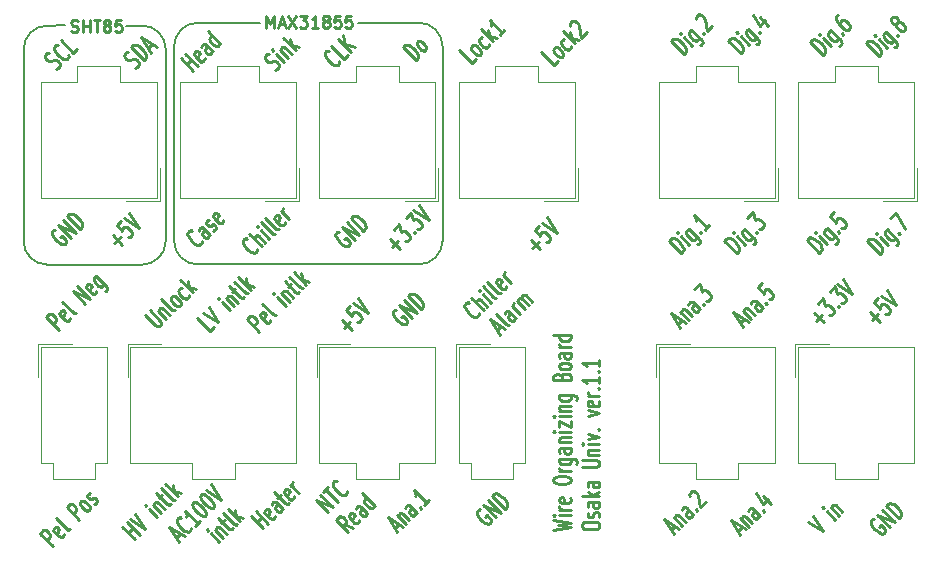
<source format=gbr>
%TF.GenerationSoftware,KiCad,Pcbnew,8.0.1*%
%TF.CreationDate,2024-06-20T14:59:11+09:00*%
%TF.ProjectId,CoolingBoxWireOrganizer,436f6f6c-696e-4674-926f-78576972654f,rev?*%
%TF.SameCoordinates,Original*%
%TF.FileFunction,Legend,Top*%
%TF.FilePolarity,Positive*%
%FSLAX46Y46*%
G04 Gerber Fmt 4.6, Leading zero omitted, Abs format (unit mm)*
G04 Created by KiCad (PCBNEW 8.0.1) date 2024-06-20 14:59:11*
%MOMM*%
%LPD*%
G01*
G04 APERTURE LIST*
%ADD10C,0.200000*%
%ADD11C,0.250000*%
%ADD12C,0.225000*%
%ADD13C,0.120000*%
G04 APERTURE END LIST*
D10*
X127850000Y-107760000D02*
G75*
G02*
X129850000Y-105760000I2000000J0D01*
G01*
X161320000Y-125980000D02*
X142590000Y-125980000D01*
X163320000Y-107520000D02*
X163320000Y-123980000D01*
X140590000Y-107520000D02*
G75*
G02*
X142590000Y-105520000I2000000J0D01*
G01*
X127850000Y-124000000D02*
X127850000Y-107760000D01*
X136530000Y-105770000D02*
X137890000Y-105760000D01*
X137890000Y-105760000D02*
G75*
G02*
X139890000Y-107760000I0J-2000000D01*
G01*
X139890000Y-124000000D02*
G75*
G02*
X137890000Y-126000000I-2000000J0D01*
G01*
X139890000Y-107760000D02*
X139890000Y-124000000D01*
X161320000Y-105520000D02*
G75*
G02*
X163320000Y-107520000I0J-2000000D01*
G01*
X129850000Y-105760000D02*
X131360000Y-105750000D01*
X142590000Y-105520000D02*
X147830000Y-105520000D01*
X163320000Y-123980000D02*
G75*
G02*
X161320000Y-125980000I-2000000J0D01*
G01*
X142590000Y-125980000D02*
G75*
G02*
X140590000Y-123980000I0J2000000D01*
G01*
X156180000Y-105520000D02*
X161320000Y-105520000D01*
X137890000Y-126000000D02*
X129850000Y-126000000D01*
X129850000Y-126000000D02*
G75*
G02*
X127850000Y-124000000I0J2000000D01*
G01*
X140590000Y-123980000D02*
X140590000Y-107520000D01*
D11*
X148372568Y-105944619D02*
X148372568Y-104944619D01*
X148372568Y-104944619D02*
X148705901Y-105658904D01*
X148705901Y-105658904D02*
X149039234Y-104944619D01*
X149039234Y-104944619D02*
X149039234Y-105944619D01*
X149467806Y-105658904D02*
X149943996Y-105658904D01*
X149372568Y-105944619D02*
X149705901Y-104944619D01*
X149705901Y-104944619D02*
X150039234Y-105944619D01*
X150277330Y-104944619D02*
X150943996Y-105944619D01*
X150943996Y-104944619D02*
X150277330Y-105944619D01*
X151229711Y-104944619D02*
X151848758Y-104944619D01*
X151848758Y-104944619D02*
X151515425Y-105325571D01*
X151515425Y-105325571D02*
X151658282Y-105325571D01*
X151658282Y-105325571D02*
X151753520Y-105373190D01*
X151753520Y-105373190D02*
X151801139Y-105420809D01*
X151801139Y-105420809D02*
X151848758Y-105516047D01*
X151848758Y-105516047D02*
X151848758Y-105754142D01*
X151848758Y-105754142D02*
X151801139Y-105849380D01*
X151801139Y-105849380D02*
X151753520Y-105897000D01*
X151753520Y-105897000D02*
X151658282Y-105944619D01*
X151658282Y-105944619D02*
X151372568Y-105944619D01*
X151372568Y-105944619D02*
X151277330Y-105897000D01*
X151277330Y-105897000D02*
X151229711Y-105849380D01*
X152801139Y-105944619D02*
X152229711Y-105944619D01*
X152515425Y-105944619D02*
X152515425Y-104944619D01*
X152515425Y-104944619D02*
X152420187Y-105087476D01*
X152420187Y-105087476D02*
X152324949Y-105182714D01*
X152324949Y-105182714D02*
X152229711Y-105230333D01*
X153372568Y-105373190D02*
X153277330Y-105325571D01*
X153277330Y-105325571D02*
X153229711Y-105277952D01*
X153229711Y-105277952D02*
X153182092Y-105182714D01*
X153182092Y-105182714D02*
X153182092Y-105135095D01*
X153182092Y-105135095D02*
X153229711Y-105039857D01*
X153229711Y-105039857D02*
X153277330Y-104992238D01*
X153277330Y-104992238D02*
X153372568Y-104944619D01*
X153372568Y-104944619D02*
X153563044Y-104944619D01*
X153563044Y-104944619D02*
X153658282Y-104992238D01*
X153658282Y-104992238D02*
X153705901Y-105039857D01*
X153705901Y-105039857D02*
X153753520Y-105135095D01*
X153753520Y-105135095D02*
X153753520Y-105182714D01*
X153753520Y-105182714D02*
X153705901Y-105277952D01*
X153705901Y-105277952D02*
X153658282Y-105325571D01*
X153658282Y-105325571D02*
X153563044Y-105373190D01*
X153563044Y-105373190D02*
X153372568Y-105373190D01*
X153372568Y-105373190D02*
X153277330Y-105420809D01*
X153277330Y-105420809D02*
X153229711Y-105468428D01*
X153229711Y-105468428D02*
X153182092Y-105563666D01*
X153182092Y-105563666D02*
X153182092Y-105754142D01*
X153182092Y-105754142D02*
X153229711Y-105849380D01*
X153229711Y-105849380D02*
X153277330Y-105897000D01*
X153277330Y-105897000D02*
X153372568Y-105944619D01*
X153372568Y-105944619D02*
X153563044Y-105944619D01*
X153563044Y-105944619D02*
X153658282Y-105897000D01*
X153658282Y-105897000D02*
X153705901Y-105849380D01*
X153705901Y-105849380D02*
X153753520Y-105754142D01*
X153753520Y-105754142D02*
X153753520Y-105563666D01*
X153753520Y-105563666D02*
X153705901Y-105468428D01*
X153705901Y-105468428D02*
X153658282Y-105420809D01*
X153658282Y-105420809D02*
X153563044Y-105373190D01*
X154658282Y-104944619D02*
X154182092Y-104944619D01*
X154182092Y-104944619D02*
X154134473Y-105420809D01*
X154134473Y-105420809D02*
X154182092Y-105373190D01*
X154182092Y-105373190D02*
X154277330Y-105325571D01*
X154277330Y-105325571D02*
X154515425Y-105325571D01*
X154515425Y-105325571D02*
X154610663Y-105373190D01*
X154610663Y-105373190D02*
X154658282Y-105420809D01*
X154658282Y-105420809D02*
X154705901Y-105516047D01*
X154705901Y-105516047D02*
X154705901Y-105754142D01*
X154705901Y-105754142D02*
X154658282Y-105849380D01*
X154658282Y-105849380D02*
X154610663Y-105897000D01*
X154610663Y-105897000D02*
X154515425Y-105944619D01*
X154515425Y-105944619D02*
X154277330Y-105944619D01*
X154277330Y-105944619D02*
X154182092Y-105897000D01*
X154182092Y-105897000D02*
X154134473Y-105849380D01*
X155610663Y-104944619D02*
X155134473Y-104944619D01*
X155134473Y-104944619D02*
X155086854Y-105420809D01*
X155086854Y-105420809D02*
X155134473Y-105373190D01*
X155134473Y-105373190D02*
X155229711Y-105325571D01*
X155229711Y-105325571D02*
X155467806Y-105325571D01*
X155467806Y-105325571D02*
X155563044Y-105373190D01*
X155563044Y-105373190D02*
X155610663Y-105420809D01*
X155610663Y-105420809D02*
X155658282Y-105516047D01*
X155658282Y-105516047D02*
X155658282Y-105754142D01*
X155658282Y-105754142D02*
X155610663Y-105849380D01*
X155610663Y-105849380D02*
X155563044Y-105897000D01*
X155563044Y-105897000D02*
X155467806Y-105944619D01*
X155467806Y-105944619D02*
X155229711Y-105944619D01*
X155229711Y-105944619D02*
X155134473Y-105897000D01*
X155134473Y-105897000D02*
X155086854Y-105849380D01*
X182668944Y-148446970D02*
X183005661Y-148110252D01*
X182904646Y-148817359D02*
X182079688Y-147520997D01*
X182079688Y-147520997D02*
X183376051Y-148345955D01*
X182904646Y-147403145D02*
X183611753Y-148110252D01*
X183005661Y-147504161D02*
X182988825Y-147419981D01*
X182988825Y-147419981D02*
X183005661Y-147302130D01*
X183005661Y-147302130D02*
X183106677Y-147201115D01*
X183106677Y-147201115D02*
X183224528Y-147184279D01*
X183224528Y-147184279D02*
X183359215Y-147251622D01*
X183359215Y-147251622D02*
X183914799Y-147807206D01*
X184554562Y-147167443D02*
X183998978Y-146611859D01*
X183998978Y-146611859D02*
X183864291Y-146544516D01*
X183864291Y-146544516D02*
X183746440Y-146561352D01*
X183746440Y-146561352D02*
X183611753Y-146696039D01*
X183611753Y-146696039D02*
X183594917Y-146813890D01*
X184504054Y-147116935D02*
X184487218Y-147234787D01*
X184487218Y-147234787D02*
X184318860Y-147403145D01*
X184318860Y-147403145D02*
X184201009Y-147419981D01*
X184201009Y-147419981D02*
X184066322Y-147352638D01*
X184066322Y-147352638D02*
X183965306Y-147251622D01*
X183965306Y-147251622D02*
X183897963Y-147116935D01*
X183897963Y-147116935D02*
X183914799Y-146999084D01*
X183914799Y-146999084D02*
X184083157Y-146830726D01*
X184083157Y-146830726D02*
X184099993Y-146712874D01*
X184790264Y-146729710D02*
X184874444Y-146746546D01*
X184874444Y-146746546D02*
X184891280Y-146830725D01*
X184891280Y-146830725D02*
X184807100Y-146813890D01*
X184807100Y-146813890D02*
X184790264Y-146729710D01*
X184790264Y-146729710D02*
X184891280Y-146830725D01*
X184234680Y-145568035D02*
X184217844Y-145483856D01*
X184217844Y-145483856D02*
X184234680Y-145366005D01*
X184234680Y-145366005D02*
X184403039Y-145197646D01*
X184403039Y-145197646D02*
X184520890Y-145180810D01*
X184520890Y-145180810D02*
X184605069Y-145197646D01*
X184605069Y-145197646D02*
X184739756Y-145264989D01*
X184739756Y-145264989D02*
X184840772Y-145366005D01*
X184840772Y-145366005D02*
X184958623Y-145551199D01*
X184958623Y-145551199D02*
X185160653Y-146561352D01*
X185160653Y-146561352D02*
X185598386Y-146123619D01*
X166390313Y-130074456D02*
X166407149Y-130158635D01*
X166407149Y-130158635D02*
X166356641Y-130310158D01*
X166356641Y-130310158D02*
X166289298Y-130377501D01*
X166289298Y-130377501D02*
X166137775Y-130428009D01*
X166137775Y-130428009D02*
X165969416Y-130394337D01*
X165969416Y-130394337D02*
X165834729Y-130326994D01*
X165834729Y-130326994D02*
X165599027Y-130158635D01*
X165599027Y-130158635D02*
X165447504Y-130007112D01*
X165447504Y-130007112D02*
X165279145Y-129771410D01*
X165279145Y-129771410D02*
X165211802Y-129636723D01*
X165211802Y-129636723D02*
X165178130Y-129468364D01*
X165178130Y-129468364D02*
X165228637Y-129316841D01*
X165228637Y-129316841D02*
X165295981Y-129249498D01*
X165295981Y-129249498D02*
X165447504Y-129198990D01*
X165447504Y-129198990D02*
X165531683Y-129215826D01*
X166794374Y-129872425D02*
X165733714Y-128811765D01*
X167097420Y-129569379D02*
X166541836Y-129013795D01*
X166541836Y-129013795D02*
X166407149Y-128946452D01*
X166407149Y-128946452D02*
X166289298Y-128963288D01*
X166289298Y-128963288D02*
X166188282Y-129064303D01*
X166188282Y-129064303D02*
X166171446Y-129182154D01*
X166171446Y-129182154D02*
X166188282Y-129266334D01*
X167434137Y-129232662D02*
X166727030Y-128525555D01*
X166373477Y-128172002D02*
X166390313Y-128256181D01*
X166390313Y-128256181D02*
X166474492Y-128273017D01*
X166474492Y-128273017D02*
X166457656Y-128188837D01*
X166457656Y-128188837D02*
X166373477Y-128172002D01*
X166373477Y-128172002D02*
X166474492Y-128273017D01*
X167871870Y-128794929D02*
X167754019Y-128811765D01*
X167754019Y-128811765D02*
X167619332Y-128744422D01*
X167619332Y-128744422D02*
X166710194Y-127835284D01*
X168242259Y-128424540D02*
X168124408Y-128441376D01*
X168124408Y-128441376D02*
X167989721Y-128374032D01*
X167989721Y-128374032D02*
X167080584Y-127464895D01*
X168730500Y-127835284D02*
X168713664Y-127953135D01*
X168713664Y-127953135D02*
X168578977Y-128087822D01*
X168578977Y-128087822D02*
X168461126Y-128104658D01*
X168461126Y-128104658D02*
X168326439Y-128037314D01*
X168326439Y-128037314D02*
X167922378Y-127633253D01*
X167922378Y-127633253D02*
X167855034Y-127498566D01*
X167855034Y-127498566D02*
X167871870Y-127380715D01*
X167871870Y-127380715D02*
X168006557Y-127246028D01*
X168006557Y-127246028D02*
X168124408Y-127229192D01*
X168124408Y-127229192D02*
X168259095Y-127296536D01*
X168259095Y-127296536D02*
X168360111Y-127397551D01*
X168360111Y-127397551D02*
X168124408Y-127835284D01*
X169117725Y-127549074D02*
X168410618Y-126841967D01*
X168612649Y-127043997D02*
X168545305Y-126909310D01*
X168545305Y-126909310D02*
X168528470Y-126825131D01*
X168528470Y-126825131D02*
X168545305Y-126707280D01*
X168545305Y-126707280D02*
X168612649Y-126639936D01*
X167929557Y-131546356D02*
X168266275Y-131209639D01*
X168165260Y-131916745D02*
X167340302Y-130620383D01*
X167340302Y-130620383D02*
X168636664Y-131445341D01*
X168973382Y-131108623D02*
X168855531Y-131125459D01*
X168855531Y-131125459D02*
X168720844Y-131058116D01*
X168720844Y-131058116D02*
X167811706Y-130148978D01*
X169545802Y-130536203D02*
X168990218Y-129980619D01*
X168990218Y-129980619D02*
X168855531Y-129913276D01*
X168855531Y-129913276D02*
X168737680Y-129930112D01*
X168737680Y-129930112D02*
X168602993Y-130064799D01*
X168602993Y-130064799D02*
X168586157Y-130182650D01*
X169495294Y-130485696D02*
X169478458Y-130603547D01*
X169478458Y-130603547D02*
X169310100Y-130771905D01*
X169310100Y-130771905D02*
X169192248Y-130788741D01*
X169192248Y-130788741D02*
X169057561Y-130721398D01*
X169057561Y-130721398D02*
X168956546Y-130620383D01*
X168956546Y-130620383D02*
X168889203Y-130485696D01*
X168889203Y-130485696D02*
X168906039Y-130367844D01*
X168906039Y-130367844D02*
X169074397Y-130199486D01*
X169074397Y-130199486D02*
X169091233Y-130081635D01*
X169882519Y-130199486D02*
X169175413Y-129492379D01*
X169377443Y-129694409D02*
X169310100Y-129559722D01*
X169310100Y-129559722D02*
X169293264Y-129475543D01*
X169293264Y-129475543D02*
X169310100Y-129357692D01*
X169310100Y-129357692D02*
X169377443Y-129290348D01*
X170320252Y-129761753D02*
X169613146Y-129054646D01*
X169714161Y-129155661D02*
X169697325Y-129071482D01*
X169697325Y-129071482D02*
X169714161Y-128953630D01*
X169714161Y-128953630D02*
X169815176Y-128852615D01*
X169815176Y-128852615D02*
X169933027Y-128835779D01*
X169933027Y-128835779D02*
X170067714Y-128903123D01*
X170067714Y-128903123D02*
X170623298Y-129458707D01*
X170067714Y-128903123D02*
X170000371Y-128768436D01*
X170000371Y-128768436D02*
X170017207Y-128650585D01*
X170017207Y-128650585D02*
X170118222Y-128549569D01*
X170118222Y-128549569D02*
X170236073Y-128532734D01*
X170236073Y-128532734D02*
X170370760Y-128600077D01*
X170370760Y-128600077D02*
X170926344Y-129155661D01*
X153638058Y-146958741D02*
X152577398Y-145898081D01*
X152577398Y-145898081D02*
X154042119Y-146554680D01*
X154042119Y-146554680D02*
X152981459Y-145494020D01*
X153217161Y-145258317D02*
X153621222Y-144854256D01*
X154479852Y-146116947D02*
X153419192Y-145056287D01*
X155220631Y-145174138D02*
X155237467Y-145258317D01*
X155237467Y-145258317D02*
X155186959Y-145409840D01*
X155186959Y-145409840D02*
X155119615Y-145477184D01*
X155119615Y-145477184D02*
X154968093Y-145527691D01*
X154968093Y-145527691D02*
X154799734Y-145494019D01*
X154799734Y-145494019D02*
X154665047Y-145426676D01*
X154665047Y-145426676D02*
X154429345Y-145258317D01*
X154429345Y-145258317D02*
X154277822Y-145106794D01*
X154277822Y-145106794D02*
X154109463Y-144871092D01*
X154109463Y-144871092D02*
X154042119Y-144736405D01*
X154042119Y-144736405D02*
X154008448Y-144568046D01*
X154008448Y-144568046D02*
X154058955Y-144416523D01*
X154058955Y-144416523D02*
X154126299Y-144349180D01*
X154126299Y-144349180D02*
X154277822Y-144298672D01*
X154277822Y-144298672D02*
X154362001Y-144315508D01*
X155749722Y-148262283D02*
X155008944Y-147992909D01*
X155345661Y-148666344D02*
X154285001Y-147605684D01*
X154285001Y-147605684D02*
X154554375Y-147336310D01*
X154554375Y-147336310D02*
X154672226Y-147319474D01*
X154672226Y-147319474D02*
X154756406Y-147336310D01*
X154756406Y-147336310D02*
X154891093Y-147403653D01*
X154891093Y-147403653D02*
X155042615Y-147555176D01*
X155042615Y-147555176D02*
X155109959Y-147689863D01*
X155109959Y-147689863D02*
X155126795Y-147774042D01*
X155126795Y-147774042D02*
X155109959Y-147891893D01*
X155109959Y-147891893D02*
X154840585Y-148161268D01*
X156271634Y-147639355D02*
X156254799Y-147757206D01*
X156254799Y-147757206D02*
X156120112Y-147891893D01*
X156120112Y-147891893D02*
X156002260Y-147908729D01*
X156002260Y-147908729D02*
X155867573Y-147841386D01*
X155867573Y-147841386D02*
X155463512Y-147437325D01*
X155463512Y-147437325D02*
X155396169Y-147302638D01*
X155396169Y-147302638D02*
X155413005Y-147184787D01*
X155413005Y-147184787D02*
X155547692Y-147050100D01*
X155547692Y-147050100D02*
X155665543Y-147033264D01*
X155665543Y-147033264D02*
X155800230Y-147100607D01*
X155800230Y-147100607D02*
X155901245Y-147201623D01*
X155901245Y-147201623D02*
X155665543Y-147639355D01*
X156961905Y-147050100D02*
X156406322Y-146494516D01*
X156406322Y-146494516D02*
X156271635Y-146427172D01*
X156271635Y-146427172D02*
X156153783Y-146444008D01*
X156153783Y-146444008D02*
X156019096Y-146578695D01*
X156019096Y-146578695D02*
X156002260Y-146696546D01*
X156911398Y-146999592D02*
X156894562Y-147117443D01*
X156894562Y-147117443D02*
X156726203Y-147285802D01*
X156726203Y-147285802D02*
X156608352Y-147302638D01*
X156608352Y-147302638D02*
X156473665Y-147235294D01*
X156473665Y-147235294D02*
X156372650Y-147134279D01*
X156372650Y-147134279D02*
X156305306Y-146999592D01*
X156305306Y-146999592D02*
X156322142Y-146881741D01*
X156322142Y-146881741D02*
X156490501Y-146713382D01*
X156490501Y-146713382D02*
X156507337Y-146595531D01*
X157601669Y-146410336D02*
X156541009Y-145349676D01*
X157551161Y-146359829D02*
X157534325Y-146477680D01*
X157534325Y-146477680D02*
X157399638Y-146612367D01*
X157399638Y-146612367D02*
X157281787Y-146629203D01*
X157281787Y-146629203D02*
X157197608Y-146612367D01*
X157197608Y-146612367D02*
X157062921Y-146545023D01*
X157062921Y-146545023D02*
X156759875Y-146241978D01*
X156759875Y-146241978D02*
X156692531Y-146107290D01*
X156692531Y-146107290D02*
X156675696Y-146023111D01*
X156675696Y-146023111D02*
X156692531Y-145905260D01*
X156692531Y-145905260D02*
X156827218Y-145770573D01*
X156827218Y-145770573D02*
X156945070Y-145753737D01*
X130835661Y-131516344D02*
X129775001Y-130455684D01*
X129775001Y-130455684D02*
X130044375Y-130186310D01*
X130044375Y-130186310D02*
X130162226Y-130169474D01*
X130162226Y-130169474D02*
X130246406Y-130186310D01*
X130246406Y-130186310D02*
X130381093Y-130253653D01*
X130381093Y-130253653D02*
X130532615Y-130405176D01*
X130532615Y-130405176D02*
X130599959Y-130539863D01*
X130599959Y-130539863D02*
X130616795Y-130624042D01*
X130616795Y-130624042D02*
X130599959Y-130741893D01*
X130599959Y-130741893D02*
X130330585Y-131011268D01*
X131761634Y-130489355D02*
X131744799Y-130607206D01*
X131744799Y-130607206D02*
X131610112Y-130741893D01*
X131610112Y-130741893D02*
X131492260Y-130758729D01*
X131492260Y-130758729D02*
X131357573Y-130691386D01*
X131357573Y-130691386D02*
X130953512Y-130287325D01*
X130953512Y-130287325D02*
X130886169Y-130152638D01*
X130886169Y-130152638D02*
X130903005Y-130034787D01*
X130903005Y-130034787D02*
X131037692Y-129900100D01*
X131037692Y-129900100D02*
X131155543Y-129883264D01*
X131155543Y-129883264D02*
X131290230Y-129950607D01*
X131290230Y-129950607D02*
X131391245Y-130051623D01*
X131391245Y-130051623D02*
X131155543Y-130489355D01*
X132249875Y-130102130D02*
X132132024Y-130118966D01*
X132132024Y-130118966D02*
X131997337Y-130051622D01*
X131997337Y-130051622D02*
X131088199Y-129142485D01*
X133057997Y-129294008D02*
X131997337Y-128233347D01*
X131997337Y-128233347D02*
X133462058Y-128889947D01*
X133462058Y-128889947D02*
X132401398Y-127829286D01*
X134017642Y-128233347D02*
X134000806Y-128351199D01*
X134000806Y-128351199D02*
X133866119Y-128485886D01*
X133866119Y-128485886D02*
X133748268Y-128502721D01*
X133748268Y-128502721D02*
X133613581Y-128435378D01*
X133613581Y-128435378D02*
X133209520Y-128031317D01*
X133209520Y-128031317D02*
X133142177Y-127896630D01*
X133142177Y-127896630D02*
X133159013Y-127778779D01*
X133159013Y-127778779D02*
X133293700Y-127644092D01*
X133293700Y-127644092D02*
X133411551Y-127627256D01*
X133411551Y-127627256D02*
X133546238Y-127694599D01*
X133546238Y-127694599D02*
X133647253Y-127795615D01*
X133647253Y-127795615D02*
X133411551Y-128233347D01*
X134000807Y-126936985D02*
X134859436Y-127795615D01*
X134859436Y-127795615D02*
X134926780Y-127930302D01*
X134926780Y-127930302D02*
X134943616Y-128014481D01*
X134943616Y-128014481D02*
X134926780Y-128132332D01*
X134926780Y-128132332D02*
X134825764Y-128233347D01*
X134825764Y-128233347D02*
X134707913Y-128250183D01*
X134657406Y-127593584D02*
X134640570Y-127711435D01*
X134640570Y-127711435D02*
X134505883Y-127846122D01*
X134505883Y-127846122D02*
X134388032Y-127862958D01*
X134388032Y-127862958D02*
X134303852Y-127846122D01*
X134303852Y-127846122D02*
X134169165Y-127778779D01*
X134169165Y-127778779D02*
X133866120Y-127475733D01*
X133866120Y-127475733D02*
X133798776Y-127341046D01*
X133798776Y-127341046D02*
X133781940Y-127256867D01*
X133781940Y-127256867D02*
X133798776Y-127139015D01*
X133798776Y-127139015D02*
X133933463Y-127004328D01*
X133933463Y-127004328D02*
X134051314Y-126987493D01*
X154558707Y-108761268D02*
X154575543Y-108845447D01*
X154575543Y-108845447D02*
X154525035Y-108996970D01*
X154525035Y-108996970D02*
X154457692Y-109064313D01*
X154457692Y-109064313D02*
X154306169Y-109114821D01*
X154306169Y-109114821D02*
X154137810Y-109081149D01*
X154137810Y-109081149D02*
X154003123Y-109013806D01*
X154003123Y-109013806D02*
X153767421Y-108845447D01*
X153767421Y-108845447D02*
X153615898Y-108693924D01*
X153615898Y-108693924D02*
X153447539Y-108458222D01*
X153447539Y-108458222D02*
X153380196Y-108323535D01*
X153380196Y-108323535D02*
X153346524Y-108155176D01*
X153346524Y-108155176D02*
X153397032Y-108003653D01*
X153397032Y-108003653D02*
X153464375Y-107936310D01*
X153464375Y-107936310D02*
X153615898Y-107885802D01*
X153615898Y-107885802D02*
X153700077Y-107902638D01*
X155299486Y-108222519D02*
X154962768Y-108559237D01*
X154962768Y-108559237D02*
X153902108Y-107498577D01*
X155535188Y-107986817D02*
X154474528Y-106926157D01*
X155939249Y-107582756D02*
X155030112Y-107279710D01*
X154878589Y-106522096D02*
X155080619Y-107532248D01*
X199855898Y-147545802D02*
X199738047Y-147562638D01*
X199738047Y-147562638D02*
X199637032Y-147663653D01*
X199637032Y-147663653D02*
X199586524Y-147815176D01*
X199586524Y-147815176D02*
X199620196Y-147983535D01*
X199620196Y-147983535D02*
X199687539Y-148118222D01*
X199687539Y-148118222D02*
X199855898Y-148353924D01*
X199855898Y-148353924D02*
X200007421Y-148505447D01*
X200007421Y-148505447D02*
X200243123Y-148673806D01*
X200243123Y-148673806D02*
X200377810Y-148741149D01*
X200377810Y-148741149D02*
X200546169Y-148774821D01*
X200546169Y-148774821D02*
X200697692Y-148724313D01*
X200697692Y-148724313D02*
X200765035Y-148656970D01*
X200765035Y-148656970D02*
X200815543Y-148505447D01*
X200815543Y-148505447D02*
X200798707Y-148421268D01*
X200798707Y-148421268D02*
X200445154Y-148067714D01*
X200445154Y-148067714D02*
X200310467Y-148202401D01*
X201202768Y-148219237D02*
X200142108Y-147158577D01*
X200142108Y-147158577D02*
X201606829Y-147815176D01*
X201606829Y-147815176D02*
X200546169Y-146754516D01*
X201943547Y-147478458D02*
X200882886Y-146417798D01*
X200882886Y-146417798D02*
X201051245Y-146249440D01*
X201051245Y-146249440D02*
X201202768Y-146198932D01*
X201202768Y-146198932D02*
X201371127Y-146232604D01*
X201371127Y-146232604D02*
X201505814Y-146299947D01*
X201505814Y-146299947D02*
X201741516Y-146468306D01*
X201741516Y-146468306D02*
X201893039Y-146619829D01*
X201893039Y-146619829D02*
X202061398Y-146855531D01*
X202061398Y-146855531D02*
X202128741Y-146990218D01*
X202128741Y-146990218D02*
X202162413Y-147158577D01*
X202162413Y-147158577D02*
X202111905Y-147310100D01*
X202111905Y-147310100D02*
X201943547Y-147478458D01*
X159258944Y-148276970D02*
X159595661Y-147940252D01*
X159494646Y-148647359D02*
X158669688Y-147350997D01*
X158669688Y-147350997D02*
X159966051Y-148175955D01*
X159494646Y-147233145D02*
X160201753Y-147940252D01*
X159595661Y-147334161D02*
X159578825Y-147249981D01*
X159578825Y-147249981D02*
X159595661Y-147132130D01*
X159595661Y-147132130D02*
X159696677Y-147031115D01*
X159696677Y-147031115D02*
X159814528Y-147014279D01*
X159814528Y-147014279D02*
X159949215Y-147081622D01*
X159949215Y-147081622D02*
X160504799Y-147637206D01*
X161144562Y-146997443D02*
X160588978Y-146441859D01*
X160588978Y-146441859D02*
X160454291Y-146374516D01*
X160454291Y-146374516D02*
X160336440Y-146391352D01*
X160336440Y-146391352D02*
X160201753Y-146526039D01*
X160201753Y-146526039D02*
X160184917Y-146643890D01*
X161094054Y-146946935D02*
X161077218Y-147064787D01*
X161077218Y-147064787D02*
X160908860Y-147233145D01*
X160908860Y-147233145D02*
X160791009Y-147249981D01*
X160791009Y-147249981D02*
X160656322Y-147182638D01*
X160656322Y-147182638D02*
X160555306Y-147081622D01*
X160555306Y-147081622D02*
X160487963Y-146946935D01*
X160487963Y-146946935D02*
X160504799Y-146829084D01*
X160504799Y-146829084D02*
X160673157Y-146660726D01*
X160673157Y-146660726D02*
X160689993Y-146542874D01*
X161380264Y-146559710D02*
X161464444Y-146576546D01*
X161464444Y-146576546D02*
X161481280Y-146660725D01*
X161481280Y-146660725D02*
X161397100Y-146643890D01*
X161397100Y-146643890D02*
X161380264Y-146559710D01*
X161380264Y-146559710D02*
X161481280Y-146660725D01*
X162188386Y-145953619D02*
X161784325Y-146357680D01*
X161986355Y-146155650D02*
X160925695Y-145094989D01*
X160925695Y-145094989D02*
X161009875Y-145313856D01*
X161009875Y-145313856D02*
X161043546Y-145482214D01*
X161043546Y-145482214D02*
X161026711Y-145600066D01*
X188245661Y-125026344D02*
X187185001Y-123965684D01*
X187185001Y-123965684D02*
X187353360Y-123797325D01*
X187353360Y-123797325D02*
X187504883Y-123746817D01*
X187504883Y-123746817D02*
X187673241Y-123780489D01*
X187673241Y-123780489D02*
X187807928Y-123847832D01*
X187807928Y-123847832D02*
X188043631Y-124016191D01*
X188043631Y-124016191D02*
X188195154Y-124167714D01*
X188195154Y-124167714D02*
X188363512Y-124403416D01*
X188363512Y-124403416D02*
X188430856Y-124538103D01*
X188430856Y-124538103D02*
X188464528Y-124706462D01*
X188464528Y-124706462D02*
X188414020Y-124857985D01*
X188414020Y-124857985D02*
X188245661Y-125026344D01*
X188952768Y-124319237D02*
X188245661Y-123612130D01*
X187892108Y-123258577D02*
X187908944Y-123342756D01*
X187908944Y-123342756D02*
X187993123Y-123359592D01*
X187993123Y-123359592D02*
X187976287Y-123275413D01*
X187976287Y-123275413D02*
X187892108Y-123258577D01*
X187892108Y-123258577D02*
X187993123Y-123359592D01*
X188885424Y-122972367D02*
X189744054Y-123830997D01*
X189744054Y-123830997D02*
X189811397Y-123965684D01*
X189811397Y-123965684D02*
X189828233Y-124049863D01*
X189828233Y-124049863D02*
X189811397Y-124167714D01*
X189811397Y-124167714D02*
X189710382Y-124268730D01*
X189710382Y-124268730D02*
X189592531Y-124285566D01*
X189542023Y-123628966D02*
X189525187Y-123746818D01*
X189525187Y-123746818D02*
X189390500Y-123881505D01*
X189390500Y-123881505D02*
X189272649Y-123898340D01*
X189272649Y-123898340D02*
X189188470Y-123881505D01*
X189188470Y-123881505D02*
X189053783Y-123814161D01*
X189053783Y-123814161D02*
X188750737Y-123511115D01*
X188750737Y-123511115D02*
X188683394Y-123376428D01*
X188683394Y-123376428D02*
X188666558Y-123292249D01*
X188666558Y-123292249D02*
X188683394Y-123174398D01*
X188683394Y-123174398D02*
X188818081Y-123039711D01*
X188818081Y-123039711D02*
X188935932Y-123022875D01*
X189828233Y-123241741D02*
X189912413Y-123258577D01*
X189912413Y-123258577D02*
X189929249Y-123342756D01*
X189929249Y-123342756D02*
X189845069Y-123325921D01*
X189845069Y-123325921D02*
X189828233Y-123241741D01*
X189828233Y-123241741D02*
X189929249Y-123342756D01*
X189137962Y-122012723D02*
X189575695Y-121574990D01*
X189575695Y-121574990D02*
X189744054Y-122214753D01*
X189744054Y-122214753D02*
X189845069Y-122113738D01*
X189845069Y-122113738D02*
X189962920Y-122096902D01*
X189962920Y-122096902D02*
X190047099Y-122113738D01*
X190047099Y-122113738D02*
X190181786Y-122181081D01*
X190181786Y-122181081D02*
X190434324Y-122433620D01*
X190434324Y-122433620D02*
X190501668Y-122568307D01*
X190501668Y-122568307D02*
X190518504Y-122652486D01*
X190518504Y-122652486D02*
X190501668Y-122770337D01*
X190501668Y-122770337D02*
X190299637Y-122972368D01*
X190299637Y-122972368D02*
X190181786Y-122989203D01*
X190181786Y-122989203D02*
X190097607Y-122972368D01*
D12*
X159385187Y-129818351D02*
X159267336Y-129835187D01*
X159267336Y-129835187D02*
X159166321Y-129936202D01*
X159166321Y-129936202D02*
X159115813Y-130087725D01*
X159115813Y-130087725D02*
X159149485Y-130256084D01*
X159149485Y-130256084D02*
X159216829Y-130390771D01*
X159216829Y-130390771D02*
X159385187Y-130626473D01*
X159385187Y-130626473D02*
X159536710Y-130777996D01*
X159536710Y-130777996D02*
X159772413Y-130946355D01*
X159772413Y-130946355D02*
X159907100Y-131013698D01*
X159907100Y-131013698D02*
X160075458Y-131047370D01*
X160075458Y-131047370D02*
X160226981Y-130996862D01*
X160226981Y-130996862D02*
X160294325Y-130929519D01*
X160294325Y-130929519D02*
X160344832Y-130777996D01*
X160344832Y-130777996D02*
X160327996Y-130693817D01*
X160327996Y-130693817D02*
X159974443Y-130340263D01*
X159974443Y-130340263D02*
X159839756Y-130474950D01*
X160732057Y-130491786D02*
X159671397Y-129431126D01*
X159671397Y-129431126D02*
X161136118Y-130087725D01*
X161136118Y-130087725D02*
X160075458Y-129027065D01*
X161472836Y-129751008D02*
X160412176Y-128690347D01*
X160412176Y-128690347D02*
X160580535Y-128521989D01*
X160580535Y-128521989D02*
X160732057Y-128471481D01*
X160732057Y-128471481D02*
X160900416Y-128505153D01*
X160900416Y-128505153D02*
X161035103Y-128572496D01*
X161035103Y-128572496D02*
X161270805Y-128740855D01*
X161270805Y-128740855D02*
X161422328Y-128892378D01*
X161422328Y-128892378D02*
X161590687Y-129128080D01*
X161590687Y-129128080D02*
X161658031Y-129262767D01*
X161658031Y-129262767D02*
X161691702Y-129431126D01*
X161691702Y-129431126D02*
X161641195Y-129582649D01*
X161641195Y-129582649D02*
X161472836Y-129751008D01*
D11*
X143972379Y-131259626D02*
X143635661Y-131596344D01*
X143635661Y-131596344D02*
X142575001Y-130535684D01*
X143046406Y-130064279D02*
X144342768Y-130889237D01*
X144342768Y-130889237D02*
X143517810Y-129592874D01*
X145352921Y-129879084D02*
X144645814Y-129171977D01*
X144292261Y-128818424D02*
X144309097Y-128902603D01*
X144309097Y-128902603D02*
X144393276Y-128919439D01*
X144393276Y-128919439D02*
X144376440Y-128835260D01*
X144376440Y-128835260D02*
X144292261Y-128818424D01*
X144292261Y-128818424D02*
X144393276Y-128919439D01*
X144982531Y-128835260D02*
X145689638Y-129542367D01*
X145083547Y-128936275D02*
X145066711Y-128852096D01*
X145066711Y-128852096D02*
X145083547Y-128734245D01*
X145083547Y-128734245D02*
X145184562Y-128633230D01*
X145184562Y-128633230D02*
X145302413Y-128616394D01*
X145302413Y-128616394D02*
X145437100Y-128683737D01*
X145437100Y-128683737D02*
X145992684Y-129239321D01*
X145521279Y-128296512D02*
X145790653Y-128027138D01*
X145268741Y-127841943D02*
X146177879Y-128751081D01*
X146177879Y-128751081D02*
X146312566Y-128818424D01*
X146312566Y-128818424D02*
X146430417Y-128801588D01*
X146430417Y-128801588D02*
X146497760Y-128734245D01*
X146834478Y-128397527D02*
X146716627Y-128414363D01*
X146716627Y-128414363D02*
X146581940Y-128347019D01*
X146581940Y-128347019D02*
X145672803Y-127437882D01*
X147103852Y-128128153D02*
X146043192Y-127067492D01*
X146767135Y-127656748D02*
X147373226Y-127858779D01*
X146666120Y-127151672D02*
X146800807Y-127825107D01*
X137275661Y-149256344D02*
X136215001Y-148195684D01*
X136720077Y-148700760D02*
X137124138Y-148296699D01*
X137679722Y-148852283D02*
X136619062Y-147791623D01*
X136854764Y-147555920D02*
X138151127Y-148380878D01*
X138151127Y-148380878D02*
X137326169Y-147084516D01*
X139161280Y-147370725D02*
X138454173Y-146663619D01*
X138100619Y-146310065D02*
X138117455Y-146394245D01*
X138117455Y-146394245D02*
X138201635Y-146411081D01*
X138201635Y-146411081D02*
X138184799Y-146326901D01*
X138184799Y-146326901D02*
X138100619Y-146310065D01*
X138100619Y-146310065D02*
X138201635Y-146411081D01*
X138790890Y-146326902D02*
X139497997Y-147034008D01*
X138891905Y-146427917D02*
X138875069Y-146343737D01*
X138875069Y-146343737D02*
X138891905Y-146225886D01*
X138891905Y-146225886D02*
X138992920Y-146124871D01*
X138992920Y-146124871D02*
X139110772Y-146108035D01*
X139110772Y-146108035D02*
X139245459Y-146175379D01*
X139245459Y-146175379D02*
X139801043Y-146730963D01*
X139329638Y-145788153D02*
X139599012Y-145518779D01*
X139077100Y-145333585D02*
X139986237Y-146242722D01*
X139986237Y-146242722D02*
X140120924Y-146310066D01*
X140120924Y-146310066D02*
X140238775Y-146293230D01*
X140238775Y-146293230D02*
X140306119Y-146225886D01*
X140642837Y-145889168D02*
X140524986Y-145906004D01*
X140524986Y-145906004D02*
X140390299Y-145838661D01*
X140390299Y-145838661D02*
X139481161Y-144929523D01*
X140912211Y-145619794D02*
X139851551Y-144559134D01*
X140575493Y-145148389D02*
X141181585Y-145350420D01*
X140474478Y-144643313D02*
X140609165Y-145316748D01*
X173092379Y-108759626D02*
X172755661Y-109096344D01*
X172755661Y-109096344D02*
X171695001Y-108035684D01*
X173429096Y-108422909D02*
X173311245Y-108439744D01*
X173311245Y-108439744D02*
X173227066Y-108422909D01*
X173227066Y-108422909D02*
X173092379Y-108355565D01*
X173092379Y-108355565D02*
X172789333Y-108052519D01*
X172789333Y-108052519D02*
X172721990Y-107917832D01*
X172721990Y-107917832D02*
X172705154Y-107833653D01*
X172705154Y-107833653D02*
X172721990Y-107715802D01*
X172721990Y-107715802D02*
X172823005Y-107614787D01*
X172823005Y-107614787D02*
X172940856Y-107597951D01*
X172940856Y-107597951D02*
X173025035Y-107614787D01*
X173025035Y-107614787D02*
X173159722Y-107682130D01*
X173159722Y-107682130D02*
X173462768Y-107985176D01*
X173462768Y-107985176D02*
X173530112Y-108119863D01*
X173530112Y-108119863D02*
X173546948Y-108204042D01*
X173546948Y-108204042D02*
X173530112Y-108321893D01*
X173530112Y-108321893D02*
X173429096Y-108422909D01*
X174220383Y-107530607D02*
X174203547Y-107648458D01*
X174203547Y-107648458D02*
X174068860Y-107783145D01*
X174068860Y-107783145D02*
X173951009Y-107799981D01*
X173951009Y-107799981D02*
X173866829Y-107783145D01*
X173866829Y-107783145D02*
X173732142Y-107715802D01*
X173732142Y-107715802D02*
X173429096Y-107412756D01*
X173429096Y-107412756D02*
X173361753Y-107278069D01*
X173361753Y-107278069D02*
X173344917Y-107193890D01*
X173344917Y-107193890D02*
X173361753Y-107076038D01*
X173361753Y-107076038D02*
X173496440Y-106941351D01*
X173496440Y-106941351D02*
X173614291Y-106924516D01*
X174573936Y-107278069D02*
X173513276Y-106217409D01*
X174237219Y-106806664D02*
X174843310Y-107008695D01*
X174136203Y-106301588D02*
X174270890Y-106975023D01*
X174153039Y-105779676D02*
X174136203Y-105695496D01*
X174136203Y-105695496D02*
X174153039Y-105577645D01*
X174153039Y-105577645D02*
X174321398Y-105409287D01*
X174321398Y-105409287D02*
X174439249Y-105392451D01*
X174439249Y-105392451D02*
X174523429Y-105409287D01*
X174523429Y-105409287D02*
X174658116Y-105476630D01*
X174658116Y-105476630D02*
X174759131Y-105577645D01*
X174759131Y-105577645D02*
X174876982Y-105762840D01*
X174876982Y-105762840D02*
X175079013Y-106772992D01*
X175079013Y-106772992D02*
X175516745Y-106335260D01*
X183218944Y-131026970D02*
X183555661Y-130690252D01*
X183454646Y-131397359D02*
X182629688Y-130100997D01*
X182629688Y-130100997D02*
X183926051Y-130925955D01*
X183454646Y-129983145D02*
X184161753Y-130690252D01*
X183555661Y-130084161D02*
X183538825Y-129999981D01*
X183538825Y-129999981D02*
X183555661Y-129882130D01*
X183555661Y-129882130D02*
X183656677Y-129781115D01*
X183656677Y-129781115D02*
X183774528Y-129764279D01*
X183774528Y-129764279D02*
X183909215Y-129831622D01*
X183909215Y-129831622D02*
X184464799Y-130387206D01*
X185104562Y-129747443D02*
X184548978Y-129191859D01*
X184548978Y-129191859D02*
X184414291Y-129124516D01*
X184414291Y-129124516D02*
X184296440Y-129141352D01*
X184296440Y-129141352D02*
X184161753Y-129276039D01*
X184161753Y-129276039D02*
X184144917Y-129393890D01*
X185054054Y-129696935D02*
X185037218Y-129814787D01*
X185037218Y-129814787D02*
X184868860Y-129983145D01*
X184868860Y-129983145D02*
X184751009Y-129999981D01*
X184751009Y-129999981D02*
X184616322Y-129932638D01*
X184616322Y-129932638D02*
X184515306Y-129831622D01*
X184515306Y-129831622D02*
X184447963Y-129696935D01*
X184447963Y-129696935D02*
X184464799Y-129579084D01*
X184464799Y-129579084D02*
X184633157Y-129410726D01*
X184633157Y-129410726D02*
X184649993Y-129292874D01*
X185340264Y-129309710D02*
X185424444Y-129326546D01*
X185424444Y-129326546D02*
X185441280Y-129410725D01*
X185441280Y-129410725D02*
X185357100Y-129393890D01*
X185357100Y-129393890D02*
X185340264Y-129309710D01*
X185340264Y-129309710D02*
X185441280Y-129410725D01*
X184649993Y-128080692D02*
X185087726Y-127642959D01*
X185087726Y-127642959D02*
X185256085Y-128282722D01*
X185256085Y-128282722D02*
X185357100Y-128181707D01*
X185357100Y-128181707D02*
X185474951Y-128164871D01*
X185474951Y-128164871D02*
X185559130Y-128181707D01*
X185559130Y-128181707D02*
X185693817Y-128249050D01*
X185693817Y-128249050D02*
X185946355Y-128501589D01*
X185946355Y-128501589D02*
X186013699Y-128636276D01*
X186013699Y-128636276D02*
X186030535Y-128720455D01*
X186030535Y-128720455D02*
X186013699Y-128838306D01*
X186013699Y-128838306D02*
X185811668Y-129040337D01*
X185811668Y-129040337D02*
X185693817Y-129057172D01*
X185693817Y-129057172D02*
X185609638Y-129040337D01*
D12*
X166495187Y-146718351D02*
X166377336Y-146735187D01*
X166377336Y-146735187D02*
X166276321Y-146836202D01*
X166276321Y-146836202D02*
X166225813Y-146987725D01*
X166225813Y-146987725D02*
X166259485Y-147156084D01*
X166259485Y-147156084D02*
X166326829Y-147290771D01*
X166326829Y-147290771D02*
X166495187Y-147526473D01*
X166495187Y-147526473D02*
X166646710Y-147677996D01*
X166646710Y-147677996D02*
X166882413Y-147846355D01*
X166882413Y-147846355D02*
X167017100Y-147913698D01*
X167017100Y-147913698D02*
X167185458Y-147947370D01*
X167185458Y-147947370D02*
X167336981Y-147896862D01*
X167336981Y-147896862D02*
X167404325Y-147829519D01*
X167404325Y-147829519D02*
X167454832Y-147677996D01*
X167454832Y-147677996D02*
X167437996Y-147593817D01*
X167437996Y-147593817D02*
X167084443Y-147240263D01*
X167084443Y-147240263D02*
X166949756Y-147374950D01*
X167842057Y-147391786D02*
X166781397Y-146331126D01*
X166781397Y-146331126D02*
X168246118Y-146987725D01*
X168246118Y-146987725D02*
X167185458Y-145927065D01*
X168582836Y-146651008D02*
X167522176Y-145590347D01*
X167522176Y-145590347D02*
X167690535Y-145421989D01*
X167690535Y-145421989D02*
X167842057Y-145371481D01*
X167842057Y-145371481D02*
X168010416Y-145405153D01*
X168010416Y-145405153D02*
X168145103Y-145472496D01*
X168145103Y-145472496D02*
X168380805Y-145640855D01*
X168380805Y-145640855D02*
X168532328Y-145792378D01*
X168532328Y-145792378D02*
X168700687Y-146028080D01*
X168700687Y-146028080D02*
X168768031Y-146162767D01*
X168768031Y-146162767D02*
X168801702Y-146331126D01*
X168801702Y-146331126D02*
X168751195Y-146482649D01*
X168751195Y-146482649D02*
X168582836Y-146651008D01*
D11*
X172688512Y-148472669D02*
X174188512Y-148234574D01*
X174188512Y-148234574D02*
X173117084Y-148044098D01*
X173117084Y-148044098D02*
X174188512Y-147853622D01*
X174188512Y-147853622D02*
X172688512Y-147615527D01*
X174188512Y-147234574D02*
X173188512Y-147234574D01*
X172688512Y-147234574D02*
X172759941Y-147282193D01*
X172759941Y-147282193D02*
X172831369Y-147234574D01*
X172831369Y-147234574D02*
X172759941Y-147186955D01*
X172759941Y-147186955D02*
X172688512Y-147234574D01*
X172688512Y-147234574D02*
X172831369Y-147234574D01*
X174188512Y-146758384D02*
X173188512Y-146758384D01*
X173474226Y-146758384D02*
X173331369Y-146710765D01*
X173331369Y-146710765D02*
X173259941Y-146663146D01*
X173259941Y-146663146D02*
X173188512Y-146567908D01*
X173188512Y-146567908D02*
X173188512Y-146472670D01*
X174117084Y-145758384D02*
X174188512Y-145853622D01*
X174188512Y-145853622D02*
X174188512Y-146044098D01*
X174188512Y-146044098D02*
X174117084Y-146139336D01*
X174117084Y-146139336D02*
X173974226Y-146186955D01*
X173974226Y-146186955D02*
X173402798Y-146186955D01*
X173402798Y-146186955D02*
X173259941Y-146139336D01*
X173259941Y-146139336D02*
X173188512Y-146044098D01*
X173188512Y-146044098D02*
X173188512Y-145853622D01*
X173188512Y-145853622D02*
X173259941Y-145758384D01*
X173259941Y-145758384D02*
X173402798Y-145710765D01*
X173402798Y-145710765D02*
X173545655Y-145710765D01*
X173545655Y-145710765D02*
X173688512Y-146186955D01*
X172688512Y-144329812D02*
X172688512Y-144139336D01*
X172688512Y-144139336D02*
X172759941Y-144044098D01*
X172759941Y-144044098D02*
X172902798Y-143948860D01*
X172902798Y-143948860D02*
X173188512Y-143901241D01*
X173188512Y-143901241D02*
X173688512Y-143901241D01*
X173688512Y-143901241D02*
X173974226Y-143948860D01*
X173974226Y-143948860D02*
X174117084Y-144044098D01*
X174117084Y-144044098D02*
X174188512Y-144139336D01*
X174188512Y-144139336D02*
X174188512Y-144329812D01*
X174188512Y-144329812D02*
X174117084Y-144425050D01*
X174117084Y-144425050D02*
X173974226Y-144520288D01*
X173974226Y-144520288D02*
X173688512Y-144567907D01*
X173688512Y-144567907D02*
X173188512Y-144567907D01*
X173188512Y-144567907D02*
X172902798Y-144520288D01*
X172902798Y-144520288D02*
X172759941Y-144425050D01*
X172759941Y-144425050D02*
X172688512Y-144329812D01*
X174188512Y-143472669D02*
X173188512Y-143472669D01*
X173474226Y-143472669D02*
X173331369Y-143425050D01*
X173331369Y-143425050D02*
X173259941Y-143377431D01*
X173259941Y-143377431D02*
X173188512Y-143282193D01*
X173188512Y-143282193D02*
X173188512Y-143186955D01*
X173188512Y-142425050D02*
X174402798Y-142425050D01*
X174402798Y-142425050D02*
X174545655Y-142472669D01*
X174545655Y-142472669D02*
X174617084Y-142520288D01*
X174617084Y-142520288D02*
X174688512Y-142615526D01*
X174688512Y-142615526D02*
X174688512Y-142758383D01*
X174688512Y-142758383D02*
X174617084Y-142853621D01*
X174117084Y-142425050D02*
X174188512Y-142520288D01*
X174188512Y-142520288D02*
X174188512Y-142710764D01*
X174188512Y-142710764D02*
X174117084Y-142806002D01*
X174117084Y-142806002D02*
X174045655Y-142853621D01*
X174045655Y-142853621D02*
X173902798Y-142901240D01*
X173902798Y-142901240D02*
X173474226Y-142901240D01*
X173474226Y-142901240D02*
X173331369Y-142853621D01*
X173331369Y-142853621D02*
X173259941Y-142806002D01*
X173259941Y-142806002D02*
X173188512Y-142710764D01*
X173188512Y-142710764D02*
X173188512Y-142520288D01*
X173188512Y-142520288D02*
X173259941Y-142425050D01*
X174188512Y-141520288D02*
X173402798Y-141520288D01*
X173402798Y-141520288D02*
X173259941Y-141567907D01*
X173259941Y-141567907D02*
X173188512Y-141663145D01*
X173188512Y-141663145D02*
X173188512Y-141853621D01*
X173188512Y-141853621D02*
X173259941Y-141948859D01*
X174117084Y-141520288D02*
X174188512Y-141615526D01*
X174188512Y-141615526D02*
X174188512Y-141853621D01*
X174188512Y-141853621D02*
X174117084Y-141948859D01*
X174117084Y-141948859D02*
X173974226Y-141996478D01*
X173974226Y-141996478D02*
X173831369Y-141996478D01*
X173831369Y-141996478D02*
X173688512Y-141948859D01*
X173688512Y-141948859D02*
X173617084Y-141853621D01*
X173617084Y-141853621D02*
X173617084Y-141615526D01*
X173617084Y-141615526D02*
X173545655Y-141520288D01*
X173188512Y-141044097D02*
X174188512Y-141044097D01*
X173331369Y-141044097D02*
X173259941Y-140996478D01*
X173259941Y-140996478D02*
X173188512Y-140901240D01*
X173188512Y-140901240D02*
X173188512Y-140758383D01*
X173188512Y-140758383D02*
X173259941Y-140663145D01*
X173259941Y-140663145D02*
X173402798Y-140615526D01*
X173402798Y-140615526D02*
X174188512Y-140615526D01*
X174188512Y-140139335D02*
X173188512Y-140139335D01*
X172688512Y-140139335D02*
X172759941Y-140186954D01*
X172759941Y-140186954D02*
X172831369Y-140139335D01*
X172831369Y-140139335D02*
X172759941Y-140091716D01*
X172759941Y-140091716D02*
X172688512Y-140139335D01*
X172688512Y-140139335D02*
X172831369Y-140139335D01*
X173188512Y-139758383D02*
X173188512Y-139234574D01*
X173188512Y-139234574D02*
X174188512Y-139758383D01*
X174188512Y-139758383D02*
X174188512Y-139234574D01*
X174188512Y-138853621D02*
X173188512Y-138853621D01*
X172688512Y-138853621D02*
X172759941Y-138901240D01*
X172759941Y-138901240D02*
X172831369Y-138853621D01*
X172831369Y-138853621D02*
X172759941Y-138806002D01*
X172759941Y-138806002D02*
X172688512Y-138853621D01*
X172688512Y-138853621D02*
X172831369Y-138853621D01*
X173188512Y-138377431D02*
X174188512Y-138377431D01*
X173331369Y-138377431D02*
X173259941Y-138329812D01*
X173259941Y-138329812D02*
X173188512Y-138234574D01*
X173188512Y-138234574D02*
X173188512Y-138091717D01*
X173188512Y-138091717D02*
X173259941Y-137996479D01*
X173259941Y-137996479D02*
X173402798Y-137948860D01*
X173402798Y-137948860D02*
X174188512Y-137948860D01*
X173188512Y-137044098D02*
X174402798Y-137044098D01*
X174402798Y-137044098D02*
X174545655Y-137091717D01*
X174545655Y-137091717D02*
X174617084Y-137139336D01*
X174617084Y-137139336D02*
X174688512Y-137234574D01*
X174688512Y-137234574D02*
X174688512Y-137377431D01*
X174688512Y-137377431D02*
X174617084Y-137472669D01*
X174117084Y-137044098D02*
X174188512Y-137139336D01*
X174188512Y-137139336D02*
X174188512Y-137329812D01*
X174188512Y-137329812D02*
X174117084Y-137425050D01*
X174117084Y-137425050D02*
X174045655Y-137472669D01*
X174045655Y-137472669D02*
X173902798Y-137520288D01*
X173902798Y-137520288D02*
X173474226Y-137520288D01*
X173474226Y-137520288D02*
X173331369Y-137472669D01*
X173331369Y-137472669D02*
X173259941Y-137425050D01*
X173259941Y-137425050D02*
X173188512Y-137329812D01*
X173188512Y-137329812D02*
X173188512Y-137139336D01*
X173188512Y-137139336D02*
X173259941Y-137044098D01*
X173402798Y-135472669D02*
X173474226Y-135329812D01*
X173474226Y-135329812D02*
X173545655Y-135282193D01*
X173545655Y-135282193D02*
X173688512Y-135234574D01*
X173688512Y-135234574D02*
X173902798Y-135234574D01*
X173902798Y-135234574D02*
X174045655Y-135282193D01*
X174045655Y-135282193D02*
X174117084Y-135329812D01*
X174117084Y-135329812D02*
X174188512Y-135425050D01*
X174188512Y-135425050D02*
X174188512Y-135806002D01*
X174188512Y-135806002D02*
X172688512Y-135806002D01*
X172688512Y-135806002D02*
X172688512Y-135472669D01*
X172688512Y-135472669D02*
X172759941Y-135377431D01*
X172759941Y-135377431D02*
X172831369Y-135329812D01*
X172831369Y-135329812D02*
X172974226Y-135282193D01*
X172974226Y-135282193D02*
X173117084Y-135282193D01*
X173117084Y-135282193D02*
X173259941Y-135329812D01*
X173259941Y-135329812D02*
X173331369Y-135377431D01*
X173331369Y-135377431D02*
X173402798Y-135472669D01*
X173402798Y-135472669D02*
X173402798Y-135806002D01*
X174188512Y-134663145D02*
X174117084Y-134758383D01*
X174117084Y-134758383D02*
X174045655Y-134806002D01*
X174045655Y-134806002D02*
X173902798Y-134853621D01*
X173902798Y-134853621D02*
X173474226Y-134853621D01*
X173474226Y-134853621D02*
X173331369Y-134806002D01*
X173331369Y-134806002D02*
X173259941Y-134758383D01*
X173259941Y-134758383D02*
X173188512Y-134663145D01*
X173188512Y-134663145D02*
X173188512Y-134520288D01*
X173188512Y-134520288D02*
X173259941Y-134425050D01*
X173259941Y-134425050D02*
X173331369Y-134377431D01*
X173331369Y-134377431D02*
X173474226Y-134329812D01*
X173474226Y-134329812D02*
X173902798Y-134329812D01*
X173902798Y-134329812D02*
X174045655Y-134377431D01*
X174045655Y-134377431D02*
X174117084Y-134425050D01*
X174117084Y-134425050D02*
X174188512Y-134520288D01*
X174188512Y-134520288D02*
X174188512Y-134663145D01*
X174188512Y-133472669D02*
X173402798Y-133472669D01*
X173402798Y-133472669D02*
X173259941Y-133520288D01*
X173259941Y-133520288D02*
X173188512Y-133615526D01*
X173188512Y-133615526D02*
X173188512Y-133806002D01*
X173188512Y-133806002D02*
X173259941Y-133901240D01*
X174117084Y-133472669D02*
X174188512Y-133567907D01*
X174188512Y-133567907D02*
X174188512Y-133806002D01*
X174188512Y-133806002D02*
X174117084Y-133901240D01*
X174117084Y-133901240D02*
X173974226Y-133948859D01*
X173974226Y-133948859D02*
X173831369Y-133948859D01*
X173831369Y-133948859D02*
X173688512Y-133901240D01*
X173688512Y-133901240D02*
X173617084Y-133806002D01*
X173617084Y-133806002D02*
X173617084Y-133567907D01*
X173617084Y-133567907D02*
X173545655Y-133472669D01*
X174188512Y-132996478D02*
X173188512Y-132996478D01*
X173474226Y-132996478D02*
X173331369Y-132948859D01*
X173331369Y-132948859D02*
X173259941Y-132901240D01*
X173259941Y-132901240D02*
X173188512Y-132806002D01*
X173188512Y-132806002D02*
X173188512Y-132710764D01*
X174188512Y-131948859D02*
X172688512Y-131948859D01*
X174117084Y-131948859D02*
X174188512Y-132044097D01*
X174188512Y-132044097D02*
X174188512Y-132234573D01*
X174188512Y-132234573D02*
X174117084Y-132329811D01*
X174117084Y-132329811D02*
X174045655Y-132377430D01*
X174045655Y-132377430D02*
X173902798Y-132425049D01*
X173902798Y-132425049D02*
X173474226Y-132425049D01*
X173474226Y-132425049D02*
X173331369Y-132377430D01*
X173331369Y-132377430D02*
X173259941Y-132329811D01*
X173259941Y-132329811D02*
X173188512Y-132234573D01*
X173188512Y-132234573D02*
X173188512Y-132044097D01*
X173188512Y-132044097D02*
X173259941Y-131948859D01*
X175103428Y-148186955D02*
X175103428Y-147996479D01*
X175103428Y-147996479D02*
X175174857Y-147901241D01*
X175174857Y-147901241D02*
X175317714Y-147806003D01*
X175317714Y-147806003D02*
X175603428Y-147758384D01*
X175603428Y-147758384D02*
X176103428Y-147758384D01*
X176103428Y-147758384D02*
X176389142Y-147806003D01*
X176389142Y-147806003D02*
X176532000Y-147901241D01*
X176532000Y-147901241D02*
X176603428Y-147996479D01*
X176603428Y-147996479D02*
X176603428Y-148186955D01*
X176603428Y-148186955D02*
X176532000Y-148282193D01*
X176532000Y-148282193D02*
X176389142Y-148377431D01*
X176389142Y-148377431D02*
X176103428Y-148425050D01*
X176103428Y-148425050D02*
X175603428Y-148425050D01*
X175603428Y-148425050D02*
X175317714Y-148377431D01*
X175317714Y-148377431D02*
X175174857Y-148282193D01*
X175174857Y-148282193D02*
X175103428Y-148186955D01*
X176532000Y-147377431D02*
X176603428Y-147282193D01*
X176603428Y-147282193D02*
X176603428Y-147091717D01*
X176603428Y-147091717D02*
X176532000Y-146996479D01*
X176532000Y-146996479D02*
X176389142Y-146948860D01*
X176389142Y-146948860D02*
X176317714Y-146948860D01*
X176317714Y-146948860D02*
X176174857Y-146996479D01*
X176174857Y-146996479D02*
X176103428Y-147091717D01*
X176103428Y-147091717D02*
X176103428Y-147234574D01*
X176103428Y-147234574D02*
X176032000Y-147329812D01*
X176032000Y-147329812D02*
X175889142Y-147377431D01*
X175889142Y-147377431D02*
X175817714Y-147377431D01*
X175817714Y-147377431D02*
X175674857Y-147329812D01*
X175674857Y-147329812D02*
X175603428Y-147234574D01*
X175603428Y-147234574D02*
X175603428Y-147091717D01*
X175603428Y-147091717D02*
X175674857Y-146996479D01*
X176603428Y-146091717D02*
X175817714Y-146091717D01*
X175817714Y-146091717D02*
X175674857Y-146139336D01*
X175674857Y-146139336D02*
X175603428Y-146234574D01*
X175603428Y-146234574D02*
X175603428Y-146425050D01*
X175603428Y-146425050D02*
X175674857Y-146520288D01*
X176532000Y-146091717D02*
X176603428Y-146186955D01*
X176603428Y-146186955D02*
X176603428Y-146425050D01*
X176603428Y-146425050D02*
X176532000Y-146520288D01*
X176532000Y-146520288D02*
X176389142Y-146567907D01*
X176389142Y-146567907D02*
X176246285Y-146567907D01*
X176246285Y-146567907D02*
X176103428Y-146520288D01*
X176103428Y-146520288D02*
X176032000Y-146425050D01*
X176032000Y-146425050D02*
X176032000Y-146186955D01*
X176032000Y-146186955D02*
X175960571Y-146091717D01*
X176603428Y-145615526D02*
X175103428Y-145615526D01*
X176032000Y-145520288D02*
X176603428Y-145234574D01*
X175603428Y-145234574D02*
X176174857Y-145615526D01*
X176603428Y-144377431D02*
X175817714Y-144377431D01*
X175817714Y-144377431D02*
X175674857Y-144425050D01*
X175674857Y-144425050D02*
X175603428Y-144520288D01*
X175603428Y-144520288D02*
X175603428Y-144710764D01*
X175603428Y-144710764D02*
X175674857Y-144806002D01*
X176532000Y-144377431D02*
X176603428Y-144472669D01*
X176603428Y-144472669D02*
X176603428Y-144710764D01*
X176603428Y-144710764D02*
X176532000Y-144806002D01*
X176532000Y-144806002D02*
X176389142Y-144853621D01*
X176389142Y-144853621D02*
X176246285Y-144853621D01*
X176246285Y-144853621D02*
X176103428Y-144806002D01*
X176103428Y-144806002D02*
X176032000Y-144710764D01*
X176032000Y-144710764D02*
X176032000Y-144472669D01*
X176032000Y-144472669D02*
X175960571Y-144377431D01*
X175103428Y-143139335D02*
X176317714Y-143139335D01*
X176317714Y-143139335D02*
X176460571Y-143091716D01*
X176460571Y-143091716D02*
X176532000Y-143044097D01*
X176532000Y-143044097D02*
X176603428Y-142948859D01*
X176603428Y-142948859D02*
X176603428Y-142758383D01*
X176603428Y-142758383D02*
X176532000Y-142663145D01*
X176532000Y-142663145D02*
X176460571Y-142615526D01*
X176460571Y-142615526D02*
X176317714Y-142567907D01*
X176317714Y-142567907D02*
X175103428Y-142567907D01*
X175603428Y-142091716D02*
X176603428Y-142091716D01*
X175746285Y-142091716D02*
X175674857Y-142044097D01*
X175674857Y-142044097D02*
X175603428Y-141948859D01*
X175603428Y-141948859D02*
X175603428Y-141806002D01*
X175603428Y-141806002D02*
X175674857Y-141710764D01*
X175674857Y-141710764D02*
X175817714Y-141663145D01*
X175817714Y-141663145D02*
X176603428Y-141663145D01*
X176603428Y-141186954D02*
X175603428Y-141186954D01*
X175103428Y-141186954D02*
X175174857Y-141234573D01*
X175174857Y-141234573D02*
X175246285Y-141186954D01*
X175246285Y-141186954D02*
X175174857Y-141139335D01*
X175174857Y-141139335D02*
X175103428Y-141186954D01*
X175103428Y-141186954D02*
X175246285Y-141186954D01*
X175603428Y-140806002D02*
X176603428Y-140567907D01*
X176603428Y-140567907D02*
X175603428Y-140329812D01*
X176460571Y-139948859D02*
X176532000Y-139901240D01*
X176532000Y-139901240D02*
X176603428Y-139948859D01*
X176603428Y-139948859D02*
X176532000Y-139996478D01*
X176532000Y-139996478D02*
X176460571Y-139948859D01*
X176460571Y-139948859D02*
X176603428Y-139948859D01*
X175603428Y-138806002D02*
X176603428Y-138567907D01*
X176603428Y-138567907D02*
X175603428Y-138329812D01*
X176532000Y-137567907D02*
X176603428Y-137663145D01*
X176603428Y-137663145D02*
X176603428Y-137853621D01*
X176603428Y-137853621D02*
X176532000Y-137948859D01*
X176532000Y-137948859D02*
X176389142Y-137996478D01*
X176389142Y-137996478D02*
X175817714Y-137996478D01*
X175817714Y-137996478D02*
X175674857Y-137948859D01*
X175674857Y-137948859D02*
X175603428Y-137853621D01*
X175603428Y-137853621D02*
X175603428Y-137663145D01*
X175603428Y-137663145D02*
X175674857Y-137567907D01*
X175674857Y-137567907D02*
X175817714Y-137520288D01*
X175817714Y-137520288D02*
X175960571Y-137520288D01*
X175960571Y-137520288D02*
X176103428Y-137996478D01*
X176603428Y-137091716D02*
X175603428Y-137091716D01*
X175889142Y-137091716D02*
X175746285Y-137044097D01*
X175746285Y-137044097D02*
X175674857Y-136996478D01*
X175674857Y-136996478D02*
X175603428Y-136901240D01*
X175603428Y-136901240D02*
X175603428Y-136806002D01*
X176460571Y-136472668D02*
X176532000Y-136425049D01*
X176532000Y-136425049D02*
X176603428Y-136472668D01*
X176603428Y-136472668D02*
X176532000Y-136520287D01*
X176532000Y-136520287D02*
X176460571Y-136472668D01*
X176460571Y-136472668D02*
X176603428Y-136472668D01*
X176603428Y-135472669D02*
X176603428Y-136044097D01*
X176603428Y-135758383D02*
X175103428Y-135758383D01*
X175103428Y-135758383D02*
X175317714Y-135853621D01*
X175317714Y-135853621D02*
X175460571Y-135948859D01*
X175460571Y-135948859D02*
X175532000Y-136044097D01*
X176460571Y-135044097D02*
X176532000Y-134996478D01*
X176532000Y-134996478D02*
X176603428Y-135044097D01*
X176603428Y-135044097D02*
X176532000Y-135091716D01*
X176532000Y-135091716D02*
X176460571Y-135044097D01*
X176460571Y-135044097D02*
X176603428Y-135044097D01*
X176603428Y-134044098D02*
X176603428Y-134615526D01*
X176603428Y-134329812D02*
X175103428Y-134329812D01*
X175103428Y-134329812D02*
X175317714Y-134425050D01*
X175317714Y-134425050D02*
X175460571Y-134520288D01*
X175460571Y-134520288D02*
X175532000Y-134615526D01*
X148155661Y-148336344D02*
X147095001Y-147275684D01*
X147600077Y-147780760D02*
X148004138Y-147376699D01*
X148559722Y-147932283D02*
X147499062Y-146871623D01*
X149115306Y-147275684D02*
X149098470Y-147393535D01*
X149098470Y-147393535D02*
X148963783Y-147528222D01*
X148963783Y-147528222D02*
X148845932Y-147545058D01*
X148845932Y-147545058D02*
X148711245Y-147477714D01*
X148711245Y-147477714D02*
X148307184Y-147073653D01*
X148307184Y-147073653D02*
X148239841Y-146938966D01*
X148239841Y-146938966D02*
X148256676Y-146821115D01*
X148256676Y-146821115D02*
X148391363Y-146686428D01*
X148391363Y-146686428D02*
X148509215Y-146669592D01*
X148509215Y-146669592D02*
X148643902Y-146736936D01*
X148643902Y-146736936D02*
X148744917Y-146837951D01*
X148744917Y-146837951D02*
X148509215Y-147275684D01*
X149805577Y-146686428D02*
X149249993Y-146130844D01*
X149249993Y-146130844D02*
X149115306Y-146063500D01*
X149115306Y-146063500D02*
X148997455Y-146080336D01*
X148997455Y-146080336D02*
X148862768Y-146215023D01*
X148862768Y-146215023D02*
X148845932Y-146332874D01*
X149755070Y-146635920D02*
X149738234Y-146753771D01*
X149738234Y-146753771D02*
X149569875Y-146922130D01*
X149569875Y-146922130D02*
X149452024Y-146938966D01*
X149452024Y-146938966D02*
X149317337Y-146871623D01*
X149317337Y-146871623D02*
X149216321Y-146770607D01*
X149216321Y-146770607D02*
X149148978Y-146635920D01*
X149148978Y-146635920D02*
X149165814Y-146518069D01*
X149165814Y-146518069D02*
X149334173Y-146349710D01*
X149334173Y-146349710D02*
X149351008Y-146231859D01*
X149334173Y-145743619D02*
X149603547Y-145474245D01*
X149081635Y-145289050D02*
X149990772Y-146198187D01*
X149990772Y-146198187D02*
X150125459Y-146265531D01*
X150125459Y-146265531D02*
X150243310Y-146248695D01*
X150243310Y-146248695D02*
X150310653Y-146181352D01*
X150765222Y-145625767D02*
X150748387Y-145743618D01*
X150748387Y-145743618D02*
X150613700Y-145878305D01*
X150613700Y-145878305D02*
X150495848Y-145895141D01*
X150495848Y-145895141D02*
X150361161Y-145827798D01*
X150361161Y-145827798D02*
X149957100Y-145423737D01*
X149957100Y-145423737D02*
X149889757Y-145289050D01*
X149889757Y-145289050D02*
X149906593Y-145171199D01*
X149906593Y-145171199D02*
X150041280Y-145036512D01*
X150041280Y-145036512D02*
X150159131Y-145019676D01*
X150159131Y-145019676D02*
X150293818Y-145087019D01*
X150293818Y-145087019D02*
X150394833Y-145188035D01*
X150394833Y-145188035D02*
X150159131Y-145625767D01*
X151152448Y-145339557D02*
X150445341Y-144632451D01*
X150647371Y-144834481D02*
X150580028Y-144699794D01*
X150580028Y-144699794D02*
X150563192Y-144615615D01*
X150563192Y-144615615D02*
X150580028Y-144497764D01*
X150580028Y-144497764D02*
X150647371Y-144430420D01*
X195205661Y-124976344D02*
X194145001Y-123915684D01*
X194145001Y-123915684D02*
X194313360Y-123747325D01*
X194313360Y-123747325D02*
X194464883Y-123696817D01*
X194464883Y-123696817D02*
X194633241Y-123730489D01*
X194633241Y-123730489D02*
X194767928Y-123797832D01*
X194767928Y-123797832D02*
X195003631Y-123966191D01*
X195003631Y-123966191D02*
X195155154Y-124117714D01*
X195155154Y-124117714D02*
X195323512Y-124353416D01*
X195323512Y-124353416D02*
X195390856Y-124488103D01*
X195390856Y-124488103D02*
X195424528Y-124656462D01*
X195424528Y-124656462D02*
X195374020Y-124807985D01*
X195374020Y-124807985D02*
X195205661Y-124976344D01*
X195912768Y-124269237D02*
X195205661Y-123562130D01*
X194852108Y-123208577D02*
X194868944Y-123292756D01*
X194868944Y-123292756D02*
X194953123Y-123309592D01*
X194953123Y-123309592D02*
X194936287Y-123225413D01*
X194936287Y-123225413D02*
X194852108Y-123208577D01*
X194852108Y-123208577D02*
X194953123Y-123309592D01*
X195845424Y-122922367D02*
X196704054Y-123780997D01*
X196704054Y-123780997D02*
X196771397Y-123915684D01*
X196771397Y-123915684D02*
X196788233Y-123999863D01*
X196788233Y-123999863D02*
X196771397Y-124117714D01*
X196771397Y-124117714D02*
X196670382Y-124218730D01*
X196670382Y-124218730D02*
X196552531Y-124235566D01*
X196502023Y-123578966D02*
X196485187Y-123696818D01*
X196485187Y-123696818D02*
X196350500Y-123831505D01*
X196350500Y-123831505D02*
X196232649Y-123848340D01*
X196232649Y-123848340D02*
X196148470Y-123831505D01*
X196148470Y-123831505D02*
X196013783Y-123764161D01*
X196013783Y-123764161D02*
X195710737Y-123461115D01*
X195710737Y-123461115D02*
X195643394Y-123326428D01*
X195643394Y-123326428D02*
X195626558Y-123242249D01*
X195626558Y-123242249D02*
X195643394Y-123124398D01*
X195643394Y-123124398D02*
X195778081Y-122989711D01*
X195778081Y-122989711D02*
X195895932Y-122972875D01*
X196788233Y-123191741D02*
X196872413Y-123208577D01*
X196872413Y-123208577D02*
X196889249Y-123292756D01*
X196889249Y-123292756D02*
X196805069Y-123275921D01*
X196805069Y-123275921D02*
X196788233Y-123191741D01*
X196788233Y-123191741D02*
X196889249Y-123292756D01*
X196502023Y-121558662D02*
X196165306Y-121895379D01*
X196165306Y-121895379D02*
X196636710Y-122434127D01*
X196636710Y-122434127D02*
X196619874Y-122349948D01*
X196619874Y-122349948D02*
X196636710Y-122232097D01*
X196636710Y-122232097D02*
X196805069Y-122063738D01*
X196805069Y-122063738D02*
X196922920Y-122046902D01*
X196922920Y-122046902D02*
X197007099Y-122063738D01*
X197007099Y-122063738D02*
X197141786Y-122131081D01*
X197141786Y-122131081D02*
X197394324Y-122383620D01*
X197394324Y-122383620D02*
X197461668Y-122518307D01*
X197461668Y-122518307D02*
X197478504Y-122602486D01*
X197478504Y-122602486D02*
X197461668Y-122720337D01*
X197461668Y-122720337D02*
X197293309Y-122888696D01*
X197293309Y-122888696D02*
X197175458Y-122905532D01*
X197175458Y-122905532D02*
X197091279Y-122888696D01*
X154941600Y-131362283D02*
X155480348Y-130823535D01*
X155615035Y-131496970D02*
X154806913Y-130688848D01*
X155497184Y-129493501D02*
X155160466Y-129830218D01*
X155160466Y-129830218D02*
X155631871Y-130368966D01*
X155631871Y-130368966D02*
X155615035Y-130284787D01*
X155615035Y-130284787D02*
X155631871Y-130166936D01*
X155631871Y-130166936D02*
X155800230Y-129998577D01*
X155800230Y-129998577D02*
X155918081Y-129981741D01*
X155918081Y-129981741D02*
X156002260Y-129998577D01*
X156002260Y-129998577D02*
X156136947Y-130065920D01*
X156136947Y-130065920D02*
X156389485Y-130318459D01*
X156389485Y-130318459D02*
X156456829Y-130453146D01*
X156456829Y-130453146D02*
X156473665Y-130537325D01*
X156473665Y-130537325D02*
X156456829Y-130655176D01*
X156456829Y-130655176D02*
X156288470Y-130823535D01*
X156288470Y-130823535D02*
X156170619Y-130840371D01*
X156170619Y-130840371D02*
X156086440Y-130823535D01*
X155732886Y-129257798D02*
X157029249Y-130082756D01*
X157029249Y-130082756D02*
X156204291Y-128786394D01*
X161035661Y-108676344D02*
X159975001Y-107615684D01*
X159975001Y-107615684D02*
X160143360Y-107447325D01*
X160143360Y-107447325D02*
X160294883Y-107396817D01*
X160294883Y-107396817D02*
X160463241Y-107430489D01*
X160463241Y-107430489D02*
X160597928Y-107497832D01*
X160597928Y-107497832D02*
X160833631Y-107666191D01*
X160833631Y-107666191D02*
X160985154Y-107817714D01*
X160985154Y-107817714D02*
X161153512Y-108053416D01*
X161153512Y-108053416D02*
X161220856Y-108188103D01*
X161220856Y-108188103D02*
X161254528Y-108356462D01*
X161254528Y-108356462D02*
X161204020Y-108507985D01*
X161204020Y-108507985D02*
X161035661Y-108676344D01*
X161843783Y-107868222D02*
X161725932Y-107885058D01*
X161725932Y-107885058D02*
X161641753Y-107868222D01*
X161641753Y-107868222D02*
X161507066Y-107800878D01*
X161507066Y-107800878D02*
X161204020Y-107497832D01*
X161204020Y-107497832D02*
X161136676Y-107363145D01*
X161136676Y-107363145D02*
X161119841Y-107278966D01*
X161119841Y-107278966D02*
X161136676Y-107161115D01*
X161136676Y-107161115D02*
X161237692Y-107060100D01*
X161237692Y-107060100D02*
X161355543Y-107043264D01*
X161355543Y-107043264D02*
X161439722Y-107060100D01*
X161439722Y-107060100D02*
X161574409Y-107127443D01*
X161574409Y-107127443D02*
X161877455Y-107430489D01*
X161877455Y-107430489D02*
X161944799Y-107565176D01*
X161944799Y-107565176D02*
X161961634Y-107649355D01*
X161961634Y-107649355D02*
X161944799Y-107767206D01*
X161944799Y-107767206D02*
X161843783Y-107868222D01*
X183515661Y-125026344D02*
X182455001Y-123965684D01*
X182455001Y-123965684D02*
X182623360Y-123797325D01*
X182623360Y-123797325D02*
X182774883Y-123746817D01*
X182774883Y-123746817D02*
X182943241Y-123780489D01*
X182943241Y-123780489D02*
X183077928Y-123847832D01*
X183077928Y-123847832D02*
X183313631Y-124016191D01*
X183313631Y-124016191D02*
X183465154Y-124167714D01*
X183465154Y-124167714D02*
X183633512Y-124403416D01*
X183633512Y-124403416D02*
X183700856Y-124538103D01*
X183700856Y-124538103D02*
X183734528Y-124706462D01*
X183734528Y-124706462D02*
X183684020Y-124857985D01*
X183684020Y-124857985D02*
X183515661Y-125026344D01*
X184222768Y-124319237D02*
X183515661Y-123612130D01*
X183162108Y-123258577D02*
X183178944Y-123342756D01*
X183178944Y-123342756D02*
X183263123Y-123359592D01*
X183263123Y-123359592D02*
X183246287Y-123275413D01*
X183246287Y-123275413D02*
X183162108Y-123258577D01*
X183162108Y-123258577D02*
X183263123Y-123359592D01*
X184155424Y-122972367D02*
X185014054Y-123830997D01*
X185014054Y-123830997D02*
X185081397Y-123965684D01*
X185081397Y-123965684D02*
X185098233Y-124049863D01*
X185098233Y-124049863D02*
X185081397Y-124167714D01*
X185081397Y-124167714D02*
X184980382Y-124268730D01*
X184980382Y-124268730D02*
X184862531Y-124285566D01*
X184812023Y-123628966D02*
X184795187Y-123746818D01*
X184795187Y-123746818D02*
X184660500Y-123881505D01*
X184660500Y-123881505D02*
X184542649Y-123898340D01*
X184542649Y-123898340D02*
X184458470Y-123881505D01*
X184458470Y-123881505D02*
X184323783Y-123814161D01*
X184323783Y-123814161D02*
X184020737Y-123511115D01*
X184020737Y-123511115D02*
X183953394Y-123376428D01*
X183953394Y-123376428D02*
X183936558Y-123292249D01*
X183936558Y-123292249D02*
X183953394Y-123174398D01*
X183953394Y-123174398D02*
X184088081Y-123039711D01*
X184088081Y-123039711D02*
X184205932Y-123022875D01*
X185098233Y-123241741D02*
X185182413Y-123258577D01*
X185182413Y-123258577D02*
X185199249Y-123342756D01*
X185199249Y-123342756D02*
X185115069Y-123325921D01*
X185115069Y-123325921D02*
X185098233Y-123241741D01*
X185098233Y-123241741D02*
X185199249Y-123342756D01*
X185906355Y-122635650D02*
X185502294Y-123039711D01*
X185704324Y-122837681D02*
X184643664Y-121777020D01*
X184643664Y-121777020D02*
X184727844Y-121995887D01*
X184727844Y-121995887D02*
X184761515Y-122164246D01*
X184761515Y-122164246D02*
X184744680Y-122282097D01*
X194931600Y-130762283D02*
X195470348Y-130223535D01*
X195605035Y-130896970D02*
X194796913Y-130088848D01*
X195083123Y-129297562D02*
X195520856Y-128859829D01*
X195520856Y-128859829D02*
X195689214Y-129499592D01*
X195689214Y-129499592D02*
X195790230Y-129398577D01*
X195790230Y-129398577D02*
X195908081Y-129381741D01*
X195908081Y-129381741D02*
X195992260Y-129398577D01*
X195992260Y-129398577D02*
X196126947Y-129465920D01*
X196126947Y-129465920D02*
X196379485Y-129718459D01*
X196379485Y-129718459D02*
X196446829Y-129853146D01*
X196446829Y-129853146D02*
X196463665Y-129937325D01*
X196463665Y-129937325D02*
X196446829Y-130055176D01*
X196446829Y-130055176D02*
X196244798Y-130257207D01*
X196244798Y-130257207D02*
X196126947Y-130274043D01*
X196126947Y-130274043D02*
X196042768Y-130257207D01*
X196783546Y-129516428D02*
X196867726Y-129533264D01*
X196867726Y-129533264D02*
X196884562Y-129617443D01*
X196884562Y-129617443D02*
X196800382Y-129600607D01*
X196800382Y-129600607D02*
X196783546Y-129516428D01*
X196783546Y-129516428D02*
X196884562Y-129617443D01*
X196093275Y-128287409D02*
X196531008Y-127849677D01*
X196531008Y-127849677D02*
X196699367Y-128489440D01*
X196699367Y-128489440D02*
X196800382Y-128388425D01*
X196800382Y-128388425D02*
X196918233Y-128371589D01*
X196918233Y-128371589D02*
X197002412Y-128388425D01*
X197002412Y-128388425D02*
X197137099Y-128455768D01*
X197137099Y-128455768D02*
X197389638Y-128708306D01*
X197389638Y-128708306D02*
X197456981Y-128842993D01*
X197456981Y-128842993D02*
X197473817Y-128927173D01*
X197473817Y-128927173D02*
X197456981Y-129045024D01*
X197456981Y-129045024D02*
X197254951Y-129247054D01*
X197254951Y-129247054D02*
X197137099Y-129263890D01*
X197137099Y-129263890D02*
X197052920Y-129247054D01*
X196733038Y-127647646D02*
X198029401Y-128472604D01*
X198029401Y-128472604D02*
X197204443Y-127176242D01*
X194233986Y-147766699D02*
X195530348Y-148591657D01*
X195530348Y-148591657D02*
X194705390Y-147295294D01*
X196540501Y-147581504D02*
X195833394Y-146874397D01*
X195479841Y-146520844D02*
X195496677Y-146605023D01*
X195496677Y-146605023D02*
X195580856Y-146621859D01*
X195580856Y-146621859D02*
X195564020Y-146537680D01*
X195564020Y-146537680D02*
X195479841Y-146520844D01*
X195479841Y-146520844D02*
X195580856Y-146621859D01*
X196170111Y-146537680D02*
X196877218Y-147244787D01*
X196271127Y-146638695D02*
X196254291Y-146554516D01*
X196254291Y-146554516D02*
X196271127Y-146436665D01*
X196271127Y-146436665D02*
X196372142Y-146335649D01*
X196372142Y-146335649D02*
X196489993Y-146318814D01*
X196489993Y-146318814D02*
X196624680Y-146386157D01*
X196624680Y-146386157D02*
X197180264Y-146941741D01*
X170921600Y-124582283D02*
X171460348Y-124043535D01*
X171595035Y-124716970D02*
X170786913Y-123908848D01*
X171477184Y-122713501D02*
X171140466Y-123050218D01*
X171140466Y-123050218D02*
X171611871Y-123588966D01*
X171611871Y-123588966D02*
X171595035Y-123504787D01*
X171595035Y-123504787D02*
X171611871Y-123386936D01*
X171611871Y-123386936D02*
X171780230Y-123218577D01*
X171780230Y-123218577D02*
X171898081Y-123201741D01*
X171898081Y-123201741D02*
X171982260Y-123218577D01*
X171982260Y-123218577D02*
X172116947Y-123285920D01*
X172116947Y-123285920D02*
X172369485Y-123538459D01*
X172369485Y-123538459D02*
X172436829Y-123673146D01*
X172436829Y-123673146D02*
X172453665Y-123757325D01*
X172453665Y-123757325D02*
X172436829Y-123875176D01*
X172436829Y-123875176D02*
X172268470Y-124043535D01*
X172268470Y-124043535D02*
X172150619Y-124060371D01*
X172150619Y-124060371D02*
X172066440Y-124043535D01*
X171712886Y-122477798D02*
X173009249Y-123302756D01*
X173009249Y-123302756D02*
X172184291Y-122006394D01*
X130325661Y-149836344D02*
X129265001Y-148775684D01*
X129265001Y-148775684D02*
X129534375Y-148506310D01*
X129534375Y-148506310D02*
X129652226Y-148489474D01*
X129652226Y-148489474D02*
X129736406Y-148506310D01*
X129736406Y-148506310D02*
X129871093Y-148573653D01*
X129871093Y-148573653D02*
X130022615Y-148725176D01*
X130022615Y-148725176D02*
X130089959Y-148859863D01*
X130089959Y-148859863D02*
X130106795Y-148944042D01*
X130106795Y-148944042D02*
X130089959Y-149061893D01*
X130089959Y-149061893D02*
X129820585Y-149331268D01*
X131251634Y-148809355D02*
X131234799Y-148927206D01*
X131234799Y-148927206D02*
X131100112Y-149061893D01*
X131100112Y-149061893D02*
X130982260Y-149078729D01*
X130982260Y-149078729D02*
X130847573Y-149011386D01*
X130847573Y-149011386D02*
X130443512Y-148607325D01*
X130443512Y-148607325D02*
X130376169Y-148472638D01*
X130376169Y-148472638D02*
X130393005Y-148354787D01*
X130393005Y-148354787D02*
X130527692Y-148220100D01*
X130527692Y-148220100D02*
X130645543Y-148203264D01*
X130645543Y-148203264D02*
X130780230Y-148270607D01*
X130780230Y-148270607D02*
X130881245Y-148371623D01*
X130881245Y-148371623D02*
X130645543Y-148809355D01*
X131739875Y-148422130D02*
X131622024Y-148438966D01*
X131622024Y-148438966D02*
X131487337Y-148371622D01*
X131487337Y-148371622D02*
X130578199Y-147462485D01*
X132547997Y-147614008D02*
X131487337Y-146553347D01*
X131487337Y-146553347D02*
X131756711Y-146283973D01*
X131756711Y-146283973D02*
X131874562Y-146267138D01*
X131874562Y-146267138D02*
X131958742Y-146283973D01*
X131958742Y-146283973D02*
X132093429Y-146351317D01*
X132093429Y-146351317D02*
X132244952Y-146502840D01*
X132244952Y-146502840D02*
X132312295Y-146637527D01*
X132312295Y-146637527D02*
X132329131Y-146721706D01*
X132329131Y-146721706D02*
X132312295Y-146839557D01*
X132312295Y-146839557D02*
X132042921Y-147108931D01*
X133356119Y-146805886D02*
X133238268Y-146822721D01*
X133238268Y-146822721D02*
X133154089Y-146805886D01*
X133154089Y-146805886D02*
X133019402Y-146738542D01*
X133019402Y-146738542D02*
X132716356Y-146435496D01*
X132716356Y-146435496D02*
X132649013Y-146300809D01*
X132649013Y-146300809D02*
X132632177Y-146216630D01*
X132632177Y-146216630D02*
X132649013Y-146098779D01*
X132649013Y-146098779D02*
X132750028Y-145997764D01*
X132750028Y-145997764D02*
X132867879Y-145980928D01*
X132867879Y-145980928D02*
X132952058Y-145997764D01*
X132952058Y-145997764D02*
X133086745Y-146065107D01*
X133086745Y-146065107D02*
X133389791Y-146368153D01*
X133389791Y-146368153D02*
X133457135Y-146502840D01*
X133457135Y-146502840D02*
X133473971Y-146587019D01*
X133473971Y-146587019D02*
X133457135Y-146704870D01*
X133457135Y-146704870D02*
X133356119Y-146805886D01*
X133810688Y-146250302D02*
X133928539Y-146233466D01*
X133928539Y-146233466D02*
X134063226Y-146098779D01*
X134063226Y-146098779D02*
X134080062Y-145980928D01*
X134080062Y-145980928D02*
X134012719Y-145846241D01*
X134012719Y-145846241D02*
X133962211Y-145795733D01*
X133962211Y-145795733D02*
X133827524Y-145728389D01*
X133827524Y-145728389D02*
X133709673Y-145745225D01*
X133709673Y-145745225D02*
X133608658Y-145846241D01*
X133608658Y-145846241D02*
X133490807Y-145863076D01*
X133490807Y-145863076D02*
X133356120Y-145795733D01*
X133356120Y-145795733D02*
X133305612Y-145745225D01*
X133305612Y-145745225D02*
X133238268Y-145610538D01*
X133238268Y-145610538D02*
X133255104Y-145492687D01*
X133255104Y-145492687D02*
X133356120Y-145391672D01*
X133356120Y-145391672D02*
X133473971Y-145374836D01*
X195525661Y-108216344D02*
X194465001Y-107155684D01*
X194465001Y-107155684D02*
X194633360Y-106987325D01*
X194633360Y-106987325D02*
X194784883Y-106936817D01*
X194784883Y-106936817D02*
X194953241Y-106970489D01*
X194953241Y-106970489D02*
X195087928Y-107037832D01*
X195087928Y-107037832D02*
X195323631Y-107206191D01*
X195323631Y-107206191D02*
X195475154Y-107357714D01*
X195475154Y-107357714D02*
X195643512Y-107593416D01*
X195643512Y-107593416D02*
X195710856Y-107728103D01*
X195710856Y-107728103D02*
X195744528Y-107896462D01*
X195744528Y-107896462D02*
X195694020Y-108047985D01*
X195694020Y-108047985D02*
X195525661Y-108216344D01*
X196232768Y-107509237D02*
X195525661Y-106802130D01*
X195172108Y-106448577D02*
X195188944Y-106532756D01*
X195188944Y-106532756D02*
X195273123Y-106549592D01*
X195273123Y-106549592D02*
X195256287Y-106465413D01*
X195256287Y-106465413D02*
X195172108Y-106448577D01*
X195172108Y-106448577D02*
X195273123Y-106549592D01*
X196165424Y-106162367D02*
X197024054Y-107020997D01*
X197024054Y-107020997D02*
X197091397Y-107155684D01*
X197091397Y-107155684D02*
X197108233Y-107239863D01*
X197108233Y-107239863D02*
X197091397Y-107357714D01*
X197091397Y-107357714D02*
X196990382Y-107458730D01*
X196990382Y-107458730D02*
X196872531Y-107475566D01*
X196822023Y-106818966D02*
X196805187Y-106936818D01*
X196805187Y-106936818D02*
X196670500Y-107071505D01*
X196670500Y-107071505D02*
X196552649Y-107088340D01*
X196552649Y-107088340D02*
X196468470Y-107071505D01*
X196468470Y-107071505D02*
X196333783Y-107004161D01*
X196333783Y-107004161D02*
X196030737Y-106701115D01*
X196030737Y-106701115D02*
X195963394Y-106566428D01*
X195963394Y-106566428D02*
X195946558Y-106482249D01*
X195946558Y-106482249D02*
X195963394Y-106364398D01*
X195963394Y-106364398D02*
X196098081Y-106229711D01*
X196098081Y-106229711D02*
X196215932Y-106212875D01*
X197108233Y-106431741D02*
X197192413Y-106448577D01*
X197192413Y-106448577D02*
X197209249Y-106532756D01*
X197209249Y-106532756D02*
X197125069Y-106515921D01*
X197125069Y-106515921D02*
X197108233Y-106431741D01*
X197108233Y-106431741D02*
X197209249Y-106532756D01*
X196788351Y-104832333D02*
X196653664Y-104967020D01*
X196653664Y-104967020D02*
X196636828Y-105084871D01*
X196636828Y-105084871D02*
X196653664Y-105169051D01*
X196653664Y-105169051D02*
X196737844Y-105387917D01*
X196737844Y-105387917D02*
X196906202Y-105623620D01*
X196906202Y-105623620D02*
X197310263Y-106027681D01*
X197310263Y-106027681D02*
X197444950Y-106095024D01*
X197444950Y-106095024D02*
X197529130Y-106111860D01*
X197529130Y-106111860D02*
X197646981Y-106095024D01*
X197646981Y-106095024D02*
X197781668Y-105960337D01*
X197781668Y-105960337D02*
X197798504Y-105842486D01*
X197798504Y-105842486D02*
X197781668Y-105758307D01*
X197781668Y-105758307D02*
X197714324Y-105623620D01*
X197714324Y-105623620D02*
X197461786Y-105371081D01*
X197461786Y-105371081D02*
X197327099Y-105303738D01*
X197327099Y-105303738D02*
X197242920Y-105286902D01*
X197242920Y-105286902D02*
X197125069Y-105303738D01*
X197125069Y-105303738D02*
X196990382Y-105438425D01*
X196990382Y-105438425D02*
X196973546Y-105556276D01*
X196973546Y-105556276D02*
X196990382Y-105640455D01*
X196990382Y-105640455D02*
X197057725Y-105775142D01*
X183755661Y-108156344D02*
X182695001Y-107095684D01*
X182695001Y-107095684D02*
X182863360Y-106927325D01*
X182863360Y-106927325D02*
X183014883Y-106876817D01*
X183014883Y-106876817D02*
X183183241Y-106910489D01*
X183183241Y-106910489D02*
X183317928Y-106977832D01*
X183317928Y-106977832D02*
X183553631Y-107146191D01*
X183553631Y-107146191D02*
X183705154Y-107297714D01*
X183705154Y-107297714D02*
X183873512Y-107533416D01*
X183873512Y-107533416D02*
X183940856Y-107668103D01*
X183940856Y-107668103D02*
X183974528Y-107836462D01*
X183974528Y-107836462D02*
X183924020Y-107987985D01*
X183924020Y-107987985D02*
X183755661Y-108156344D01*
X184462768Y-107449237D02*
X183755661Y-106742130D01*
X183402108Y-106388577D02*
X183418944Y-106472756D01*
X183418944Y-106472756D02*
X183503123Y-106489592D01*
X183503123Y-106489592D02*
X183486287Y-106405413D01*
X183486287Y-106405413D02*
X183402108Y-106388577D01*
X183402108Y-106388577D02*
X183503123Y-106489592D01*
X184395424Y-106102367D02*
X185254054Y-106960997D01*
X185254054Y-106960997D02*
X185321397Y-107095684D01*
X185321397Y-107095684D02*
X185338233Y-107179863D01*
X185338233Y-107179863D02*
X185321397Y-107297714D01*
X185321397Y-107297714D02*
X185220382Y-107398730D01*
X185220382Y-107398730D02*
X185102531Y-107415566D01*
X185052023Y-106758966D02*
X185035187Y-106876818D01*
X185035187Y-106876818D02*
X184900500Y-107011505D01*
X184900500Y-107011505D02*
X184782649Y-107028340D01*
X184782649Y-107028340D02*
X184698470Y-107011505D01*
X184698470Y-107011505D02*
X184563783Y-106944161D01*
X184563783Y-106944161D02*
X184260737Y-106641115D01*
X184260737Y-106641115D02*
X184193394Y-106506428D01*
X184193394Y-106506428D02*
X184176558Y-106422249D01*
X184176558Y-106422249D02*
X184193394Y-106304398D01*
X184193394Y-106304398D02*
X184328081Y-106169711D01*
X184328081Y-106169711D02*
X184445932Y-106152875D01*
X185338233Y-106371741D02*
X185422413Y-106388577D01*
X185422413Y-106388577D02*
X185439249Y-106472756D01*
X185439249Y-106472756D02*
X185355069Y-106455921D01*
X185355069Y-106455921D02*
X185338233Y-106371741D01*
X185338233Y-106371741D02*
X185439249Y-106472756D01*
X184782649Y-105210066D02*
X184765813Y-105125887D01*
X184765813Y-105125887D02*
X184782649Y-105008036D01*
X184782649Y-105008036D02*
X184951008Y-104839677D01*
X184951008Y-104839677D02*
X185068859Y-104822841D01*
X185068859Y-104822841D02*
X185153038Y-104839677D01*
X185153038Y-104839677D02*
X185287725Y-104907020D01*
X185287725Y-104907020D02*
X185388741Y-105008036D01*
X185388741Y-105008036D02*
X185506592Y-105193230D01*
X185506592Y-105193230D02*
X185708622Y-106203383D01*
X185708622Y-106203383D02*
X186146355Y-105765650D01*
X188528944Y-130946970D02*
X188865661Y-130610252D01*
X188764646Y-131317359D02*
X187939688Y-130020997D01*
X187939688Y-130020997D02*
X189236051Y-130845955D01*
X188764646Y-129903145D02*
X189471753Y-130610252D01*
X188865661Y-130004161D02*
X188848825Y-129919981D01*
X188848825Y-129919981D02*
X188865661Y-129802130D01*
X188865661Y-129802130D02*
X188966677Y-129701115D01*
X188966677Y-129701115D02*
X189084528Y-129684279D01*
X189084528Y-129684279D02*
X189219215Y-129751622D01*
X189219215Y-129751622D02*
X189774799Y-130307206D01*
X190414562Y-129667443D02*
X189858978Y-129111859D01*
X189858978Y-129111859D02*
X189724291Y-129044516D01*
X189724291Y-129044516D02*
X189606440Y-129061352D01*
X189606440Y-129061352D02*
X189471753Y-129196039D01*
X189471753Y-129196039D02*
X189454917Y-129313890D01*
X190364054Y-129616935D02*
X190347218Y-129734787D01*
X190347218Y-129734787D02*
X190178860Y-129903145D01*
X190178860Y-129903145D02*
X190061009Y-129919981D01*
X190061009Y-129919981D02*
X189926322Y-129852638D01*
X189926322Y-129852638D02*
X189825306Y-129751622D01*
X189825306Y-129751622D02*
X189757963Y-129616935D01*
X189757963Y-129616935D02*
X189774799Y-129499084D01*
X189774799Y-129499084D02*
X189943157Y-129330726D01*
X189943157Y-129330726D02*
X189959993Y-129212874D01*
X190650264Y-129229710D02*
X190734444Y-129246546D01*
X190734444Y-129246546D02*
X190751280Y-129330725D01*
X190751280Y-129330725D02*
X190667100Y-129313890D01*
X190667100Y-129313890D02*
X190650264Y-129229710D01*
X190650264Y-129229710D02*
X190751280Y-129330725D01*
X190364054Y-127596631D02*
X190027337Y-127933348D01*
X190027337Y-127933348D02*
X190498741Y-128472096D01*
X190498741Y-128472096D02*
X190481905Y-128387917D01*
X190481905Y-128387917D02*
X190498741Y-128270066D01*
X190498741Y-128270066D02*
X190667100Y-128101707D01*
X190667100Y-128101707D02*
X190784951Y-128084871D01*
X190784951Y-128084871D02*
X190869130Y-128101707D01*
X190869130Y-128101707D02*
X191003817Y-128169050D01*
X191003817Y-128169050D02*
X191256355Y-128421589D01*
X191256355Y-128421589D02*
X191323699Y-128556276D01*
X191323699Y-128556276D02*
X191340535Y-128640455D01*
X191340535Y-128640455D02*
X191323699Y-128758306D01*
X191323699Y-128758306D02*
X191155340Y-128926665D01*
X191155340Y-128926665D02*
X191037489Y-128943501D01*
X191037489Y-128943501D02*
X190953310Y-128926665D01*
X138135001Y-130285684D02*
X138993631Y-131144313D01*
X138993631Y-131144313D02*
X139128318Y-131211657D01*
X139128318Y-131211657D02*
X139212497Y-131228493D01*
X139212497Y-131228493D02*
X139330348Y-131211657D01*
X139330348Y-131211657D02*
X139465035Y-131076970D01*
X139465035Y-131076970D02*
X139481871Y-130959119D01*
X139481871Y-130959119D02*
X139465035Y-130874939D01*
X139465035Y-130874939D02*
X139397692Y-130740252D01*
X139397692Y-130740252D02*
X138539062Y-129881623D01*
X139229333Y-129898458D02*
X139936440Y-130605565D01*
X139330348Y-129999474D02*
X139313512Y-129915294D01*
X139313512Y-129915294D02*
X139330348Y-129797443D01*
X139330348Y-129797443D02*
X139431363Y-129696428D01*
X139431363Y-129696428D02*
X139549215Y-129679592D01*
X139549215Y-129679592D02*
X139683902Y-129746936D01*
X139683902Y-129746936D02*
X140239486Y-130302520D01*
X140677218Y-129864787D02*
X140559367Y-129881623D01*
X140559367Y-129881623D02*
X140424680Y-129814279D01*
X140424680Y-129814279D02*
X139515543Y-128905142D01*
X141047608Y-129494397D02*
X140929757Y-129511233D01*
X140929757Y-129511233D02*
X140845577Y-129494397D01*
X140845577Y-129494397D02*
X140710890Y-129427054D01*
X140710890Y-129427054D02*
X140407845Y-129124008D01*
X140407845Y-129124008D02*
X140340501Y-128989321D01*
X140340501Y-128989321D02*
X140323665Y-128905141D01*
X140323665Y-128905141D02*
X140340501Y-128787290D01*
X140340501Y-128787290D02*
X140441516Y-128686275D01*
X140441516Y-128686275D02*
X140559368Y-128669439D01*
X140559368Y-128669439D02*
X140643547Y-128686275D01*
X140643547Y-128686275D02*
X140778234Y-128753619D01*
X140778234Y-128753619D02*
X141081280Y-129056664D01*
X141081280Y-129056664D02*
X141148623Y-129191351D01*
X141148623Y-129191351D02*
X141165459Y-129275531D01*
X141165459Y-129275531D02*
X141148623Y-129393382D01*
X141148623Y-129393382D02*
X141047608Y-129494397D01*
X141838894Y-128602096D02*
X141822058Y-128719947D01*
X141822058Y-128719947D02*
X141687371Y-128854634D01*
X141687371Y-128854634D02*
X141569520Y-128871470D01*
X141569520Y-128871470D02*
X141485341Y-128854634D01*
X141485341Y-128854634D02*
X141350654Y-128787290D01*
X141350654Y-128787290D02*
X141047608Y-128484244D01*
X141047608Y-128484244D02*
X140980265Y-128349557D01*
X140980265Y-128349557D02*
X140963429Y-128265378D01*
X140963429Y-128265378D02*
X140980265Y-128147527D01*
X140980265Y-128147527D02*
X141114952Y-128012840D01*
X141114952Y-128012840D02*
X141232803Y-127996004D01*
X142192448Y-128349557D02*
X141131787Y-127288897D01*
X141855730Y-127878153D02*
X142461822Y-128080183D01*
X141754715Y-127373077D02*
X141889402Y-128046512D01*
X142215661Y-109596344D02*
X141155001Y-108535684D01*
X141660077Y-109040760D02*
X142064138Y-108636699D01*
X142619722Y-109192283D02*
X141559062Y-108131623D01*
X143175306Y-108535684D02*
X143158470Y-108653535D01*
X143158470Y-108653535D02*
X143023783Y-108788222D01*
X143023783Y-108788222D02*
X142905932Y-108805058D01*
X142905932Y-108805058D02*
X142771245Y-108737714D01*
X142771245Y-108737714D02*
X142367184Y-108333653D01*
X142367184Y-108333653D02*
X142299841Y-108198966D01*
X142299841Y-108198966D02*
X142316676Y-108081115D01*
X142316676Y-108081115D02*
X142451363Y-107946428D01*
X142451363Y-107946428D02*
X142569215Y-107929592D01*
X142569215Y-107929592D02*
X142703902Y-107996936D01*
X142703902Y-107996936D02*
X142804917Y-108097951D01*
X142804917Y-108097951D02*
X142569215Y-108535684D01*
X143865577Y-107946428D02*
X143309993Y-107390844D01*
X143309993Y-107390844D02*
X143175306Y-107323500D01*
X143175306Y-107323500D02*
X143057455Y-107340336D01*
X143057455Y-107340336D02*
X142922768Y-107475023D01*
X142922768Y-107475023D02*
X142905932Y-107592874D01*
X143815070Y-107895920D02*
X143798234Y-108013771D01*
X143798234Y-108013771D02*
X143629875Y-108182130D01*
X143629875Y-108182130D02*
X143512024Y-108198966D01*
X143512024Y-108198966D02*
X143377337Y-108131623D01*
X143377337Y-108131623D02*
X143276321Y-108030607D01*
X143276321Y-108030607D02*
X143208978Y-107895920D01*
X143208978Y-107895920D02*
X143225814Y-107778069D01*
X143225814Y-107778069D02*
X143394173Y-107609710D01*
X143394173Y-107609710D02*
X143411008Y-107491859D01*
X144505340Y-107306665D02*
X143444680Y-106246004D01*
X144454833Y-107256157D02*
X144437997Y-107374008D01*
X144437997Y-107374008D02*
X144303310Y-107508695D01*
X144303310Y-107508695D02*
X144185459Y-107525531D01*
X144185459Y-107525531D02*
X144101279Y-107508695D01*
X144101279Y-107508695D02*
X143966592Y-107441352D01*
X143966592Y-107441352D02*
X143663547Y-107138306D01*
X143663547Y-107138306D02*
X143596203Y-107003619D01*
X143596203Y-107003619D02*
X143579367Y-106919439D01*
X143579367Y-106919439D02*
X143596203Y-106801588D01*
X143596203Y-106801588D02*
X143730890Y-106666901D01*
X143730890Y-106666901D02*
X143848741Y-106650065D01*
X147815661Y-131686344D02*
X146755001Y-130625684D01*
X146755001Y-130625684D02*
X147024375Y-130356310D01*
X147024375Y-130356310D02*
X147142226Y-130339474D01*
X147142226Y-130339474D02*
X147226406Y-130356310D01*
X147226406Y-130356310D02*
X147361093Y-130423653D01*
X147361093Y-130423653D02*
X147512615Y-130575176D01*
X147512615Y-130575176D02*
X147579959Y-130709863D01*
X147579959Y-130709863D02*
X147596795Y-130794042D01*
X147596795Y-130794042D02*
X147579959Y-130911893D01*
X147579959Y-130911893D02*
X147310585Y-131181268D01*
X148741634Y-130659355D02*
X148724799Y-130777206D01*
X148724799Y-130777206D02*
X148590112Y-130911893D01*
X148590112Y-130911893D02*
X148472260Y-130928729D01*
X148472260Y-130928729D02*
X148337573Y-130861386D01*
X148337573Y-130861386D02*
X147933512Y-130457325D01*
X147933512Y-130457325D02*
X147866169Y-130322638D01*
X147866169Y-130322638D02*
X147883005Y-130204787D01*
X147883005Y-130204787D02*
X148017692Y-130070100D01*
X148017692Y-130070100D02*
X148135543Y-130053264D01*
X148135543Y-130053264D02*
X148270230Y-130120607D01*
X148270230Y-130120607D02*
X148371245Y-130221623D01*
X148371245Y-130221623D02*
X148135543Y-130659355D01*
X149229875Y-130272130D02*
X149112024Y-130288966D01*
X149112024Y-130288966D02*
X148977337Y-130221622D01*
X148977337Y-130221622D02*
X148068199Y-129312485D01*
X150037997Y-129464008D02*
X149330891Y-128756901D01*
X148977337Y-128403347D02*
X148994173Y-128487527D01*
X148994173Y-128487527D02*
X149078353Y-128504363D01*
X149078353Y-128504363D02*
X149061517Y-128420183D01*
X149061517Y-128420183D02*
X148977337Y-128403347D01*
X148977337Y-128403347D02*
X149078353Y-128504363D01*
X149667608Y-128420184D02*
X150374715Y-129127290D01*
X149768623Y-128521199D02*
X149751787Y-128437019D01*
X149751787Y-128437019D02*
X149768623Y-128319168D01*
X149768623Y-128319168D02*
X149869638Y-128218153D01*
X149869638Y-128218153D02*
X149987489Y-128201317D01*
X149987489Y-128201317D02*
X150122176Y-128268661D01*
X150122176Y-128268661D02*
X150677760Y-128824245D01*
X150206356Y-127881436D02*
X150475730Y-127612062D01*
X149953818Y-127426867D02*
X150862955Y-128336004D01*
X150862955Y-128336004D02*
X150997642Y-128403348D01*
X150997642Y-128403348D02*
X151115493Y-128386512D01*
X151115493Y-128386512D02*
X151182837Y-128319168D01*
X151519555Y-127982450D02*
X151401703Y-127999286D01*
X151401703Y-127999286D02*
X151267016Y-127931943D01*
X151267016Y-127931943D02*
X150357879Y-127022806D01*
X151788929Y-127713076D02*
X150728269Y-126652416D01*
X151452211Y-127241672D02*
X152058303Y-127443702D01*
X151351196Y-126736595D02*
X151485883Y-127410030D01*
X200235661Y-108326344D02*
X199175001Y-107265684D01*
X199175001Y-107265684D02*
X199343360Y-107097325D01*
X199343360Y-107097325D02*
X199494883Y-107046817D01*
X199494883Y-107046817D02*
X199663241Y-107080489D01*
X199663241Y-107080489D02*
X199797928Y-107147832D01*
X199797928Y-107147832D02*
X200033631Y-107316191D01*
X200033631Y-107316191D02*
X200185154Y-107467714D01*
X200185154Y-107467714D02*
X200353512Y-107703416D01*
X200353512Y-107703416D02*
X200420856Y-107838103D01*
X200420856Y-107838103D02*
X200454528Y-108006462D01*
X200454528Y-108006462D02*
X200404020Y-108157985D01*
X200404020Y-108157985D02*
X200235661Y-108326344D01*
X200942768Y-107619237D02*
X200235661Y-106912130D01*
X199882108Y-106558577D02*
X199898944Y-106642756D01*
X199898944Y-106642756D02*
X199983123Y-106659592D01*
X199983123Y-106659592D02*
X199966287Y-106575413D01*
X199966287Y-106575413D02*
X199882108Y-106558577D01*
X199882108Y-106558577D02*
X199983123Y-106659592D01*
X200875424Y-106272367D02*
X201734054Y-107130997D01*
X201734054Y-107130997D02*
X201801397Y-107265684D01*
X201801397Y-107265684D02*
X201818233Y-107349863D01*
X201818233Y-107349863D02*
X201801397Y-107467714D01*
X201801397Y-107467714D02*
X201700382Y-107568730D01*
X201700382Y-107568730D02*
X201582531Y-107585566D01*
X201532023Y-106928966D02*
X201515187Y-107046818D01*
X201515187Y-107046818D02*
X201380500Y-107181505D01*
X201380500Y-107181505D02*
X201262649Y-107198340D01*
X201262649Y-107198340D02*
X201178470Y-107181505D01*
X201178470Y-107181505D02*
X201043783Y-107114161D01*
X201043783Y-107114161D02*
X200740737Y-106811115D01*
X200740737Y-106811115D02*
X200673394Y-106676428D01*
X200673394Y-106676428D02*
X200656558Y-106592249D01*
X200656558Y-106592249D02*
X200673394Y-106474398D01*
X200673394Y-106474398D02*
X200808081Y-106339711D01*
X200808081Y-106339711D02*
X200925932Y-106322875D01*
X201818233Y-106541741D02*
X201902413Y-106558577D01*
X201902413Y-106558577D02*
X201919249Y-106642756D01*
X201919249Y-106642756D02*
X201835069Y-106625921D01*
X201835069Y-106625921D02*
X201818233Y-106541741D01*
X201818233Y-106541741D02*
X201919249Y-106642756D01*
X201750889Y-105598933D02*
X201633038Y-105615768D01*
X201633038Y-105615768D02*
X201548859Y-105598933D01*
X201548859Y-105598933D02*
X201414172Y-105531589D01*
X201414172Y-105531589D02*
X201363664Y-105481081D01*
X201363664Y-105481081D02*
X201296321Y-105346394D01*
X201296321Y-105346394D02*
X201279485Y-105262215D01*
X201279485Y-105262215D02*
X201296321Y-105144364D01*
X201296321Y-105144364D02*
X201431008Y-105009677D01*
X201431008Y-105009677D02*
X201548859Y-104992841D01*
X201548859Y-104992841D02*
X201633038Y-105009677D01*
X201633038Y-105009677D02*
X201767725Y-105077020D01*
X201767725Y-105077020D02*
X201818233Y-105127528D01*
X201818233Y-105127528D02*
X201885576Y-105262215D01*
X201885576Y-105262215D02*
X201902412Y-105346394D01*
X201902412Y-105346394D02*
X201885576Y-105464246D01*
X201885576Y-105464246D02*
X201750889Y-105598933D01*
X201750889Y-105598933D02*
X201734054Y-105716784D01*
X201734054Y-105716784D02*
X201750889Y-105800963D01*
X201750889Y-105800963D02*
X201818233Y-105935650D01*
X201818233Y-105935650D02*
X202020263Y-106137681D01*
X202020263Y-106137681D02*
X202154950Y-106205024D01*
X202154950Y-106205024D02*
X202239130Y-106221860D01*
X202239130Y-106221860D02*
X202356981Y-106205024D01*
X202356981Y-106205024D02*
X202491668Y-106070337D01*
X202491668Y-106070337D02*
X202508504Y-105952486D01*
X202508504Y-105952486D02*
X202491668Y-105868307D01*
X202491668Y-105868307D02*
X202424324Y-105733620D01*
X202424324Y-105733620D02*
X202222294Y-105531589D01*
X202222294Y-105531589D02*
X202087607Y-105464246D01*
X202087607Y-105464246D02*
X202003428Y-105447410D01*
X202003428Y-105447410D02*
X201885576Y-105464246D01*
X130581482Y-109409508D02*
X130733005Y-109359000D01*
X130733005Y-109359000D02*
X130901364Y-109190642D01*
X130901364Y-109190642D02*
X130918199Y-109072790D01*
X130918199Y-109072790D02*
X130901364Y-108988611D01*
X130901364Y-108988611D02*
X130834020Y-108853924D01*
X130834020Y-108853924D02*
X130733005Y-108752909D01*
X130733005Y-108752909D02*
X130598318Y-108685565D01*
X130598318Y-108685565D02*
X130514138Y-108668729D01*
X130514138Y-108668729D02*
X130396287Y-108685565D01*
X130396287Y-108685565D02*
X130211093Y-108769745D01*
X130211093Y-108769745D02*
X130093241Y-108786581D01*
X130093241Y-108786581D02*
X130009062Y-108769745D01*
X130009062Y-108769745D02*
X129874375Y-108702401D01*
X129874375Y-108702401D02*
X129773360Y-108601386D01*
X129773360Y-108601386D02*
X129706016Y-108466699D01*
X129706016Y-108466699D02*
X129689180Y-108382519D01*
X129689180Y-108382519D02*
X129706016Y-108264668D01*
X129706016Y-108264668D02*
X129874375Y-108096310D01*
X129874375Y-108096310D02*
X130025898Y-108045802D01*
X131642142Y-108247832D02*
X131658978Y-108332012D01*
X131658978Y-108332012D02*
X131608470Y-108483535D01*
X131608470Y-108483535D02*
X131541127Y-108550878D01*
X131541127Y-108550878D02*
X131389604Y-108601386D01*
X131389604Y-108601386D02*
X131221245Y-108567714D01*
X131221245Y-108567714D02*
X131086558Y-108500371D01*
X131086558Y-108500371D02*
X130850856Y-108332012D01*
X130850856Y-108332012D02*
X130699333Y-108180489D01*
X130699333Y-108180489D02*
X130530974Y-107944787D01*
X130530974Y-107944787D02*
X130463631Y-107810100D01*
X130463631Y-107810100D02*
X130429959Y-107641741D01*
X130429959Y-107641741D02*
X130480467Y-107490218D01*
X130480467Y-107490218D02*
X130547810Y-107422875D01*
X130547810Y-107422875D02*
X130699333Y-107372367D01*
X130699333Y-107372367D02*
X130783512Y-107389203D01*
X132382921Y-107709084D02*
X132046203Y-108045802D01*
X132046203Y-108045802D02*
X130985543Y-106985142D01*
D12*
X130515187Y-123038351D02*
X130397336Y-123055187D01*
X130397336Y-123055187D02*
X130296321Y-123156202D01*
X130296321Y-123156202D02*
X130245813Y-123307725D01*
X130245813Y-123307725D02*
X130279485Y-123476084D01*
X130279485Y-123476084D02*
X130346829Y-123610771D01*
X130346829Y-123610771D02*
X130515187Y-123846473D01*
X130515187Y-123846473D02*
X130666710Y-123997996D01*
X130666710Y-123997996D02*
X130902413Y-124166355D01*
X130902413Y-124166355D02*
X131037100Y-124233698D01*
X131037100Y-124233698D02*
X131205458Y-124267370D01*
X131205458Y-124267370D02*
X131356981Y-124216862D01*
X131356981Y-124216862D02*
X131424325Y-124149519D01*
X131424325Y-124149519D02*
X131474832Y-123997996D01*
X131474832Y-123997996D02*
X131457996Y-123913817D01*
X131457996Y-123913817D02*
X131104443Y-123560263D01*
X131104443Y-123560263D02*
X130969756Y-123694950D01*
X131862057Y-123711786D02*
X130801397Y-122651126D01*
X130801397Y-122651126D02*
X132266118Y-123307725D01*
X132266118Y-123307725D02*
X131205458Y-122247065D01*
X132602836Y-122971008D02*
X131542176Y-121910347D01*
X131542176Y-121910347D02*
X131710535Y-121741989D01*
X131710535Y-121741989D02*
X131862057Y-121691481D01*
X131862057Y-121691481D02*
X132030416Y-121725153D01*
X132030416Y-121725153D02*
X132165103Y-121792496D01*
X132165103Y-121792496D02*
X132400805Y-121960855D01*
X132400805Y-121960855D02*
X132552328Y-122112378D01*
X132552328Y-122112378D02*
X132720687Y-122348080D01*
X132720687Y-122348080D02*
X132788031Y-122482767D01*
X132788031Y-122482767D02*
X132821702Y-122651126D01*
X132821702Y-122651126D02*
X132771195Y-122802649D01*
X132771195Y-122802649D02*
X132602836Y-122971008D01*
D11*
X166142379Y-108589626D02*
X165805661Y-108926344D01*
X165805661Y-108926344D02*
X164745001Y-107865684D01*
X166479096Y-108252909D02*
X166361245Y-108269744D01*
X166361245Y-108269744D02*
X166277066Y-108252909D01*
X166277066Y-108252909D02*
X166142379Y-108185565D01*
X166142379Y-108185565D02*
X165839333Y-107882519D01*
X165839333Y-107882519D02*
X165771990Y-107747832D01*
X165771990Y-107747832D02*
X165755154Y-107663653D01*
X165755154Y-107663653D02*
X165771990Y-107545802D01*
X165771990Y-107545802D02*
X165873005Y-107444787D01*
X165873005Y-107444787D02*
X165990856Y-107427951D01*
X165990856Y-107427951D02*
X166075035Y-107444787D01*
X166075035Y-107444787D02*
X166209722Y-107512130D01*
X166209722Y-107512130D02*
X166512768Y-107815176D01*
X166512768Y-107815176D02*
X166580112Y-107949863D01*
X166580112Y-107949863D02*
X166596948Y-108034042D01*
X166596948Y-108034042D02*
X166580112Y-108151893D01*
X166580112Y-108151893D02*
X166479096Y-108252909D01*
X167270383Y-107360607D02*
X167253547Y-107478458D01*
X167253547Y-107478458D02*
X167118860Y-107613145D01*
X167118860Y-107613145D02*
X167001009Y-107629981D01*
X167001009Y-107629981D02*
X166916829Y-107613145D01*
X166916829Y-107613145D02*
X166782142Y-107545802D01*
X166782142Y-107545802D02*
X166479096Y-107242756D01*
X166479096Y-107242756D02*
X166411753Y-107108069D01*
X166411753Y-107108069D02*
X166394917Y-107023890D01*
X166394917Y-107023890D02*
X166411753Y-106906038D01*
X166411753Y-106906038D02*
X166546440Y-106771351D01*
X166546440Y-106771351D02*
X166664291Y-106754516D01*
X167623936Y-107108069D02*
X166563276Y-106047409D01*
X167287219Y-106636664D02*
X167893310Y-106838695D01*
X167186203Y-106131588D02*
X167320890Y-106805023D01*
X168566745Y-106165260D02*
X168162684Y-106569321D01*
X168364715Y-106367290D02*
X167304055Y-105306630D01*
X167304055Y-105306630D02*
X167388234Y-105525496D01*
X167388234Y-105525496D02*
X167421906Y-105693855D01*
X167421906Y-105693855D02*
X167405070Y-105811706D01*
X149151482Y-109499508D02*
X149303005Y-109449000D01*
X149303005Y-109449000D02*
X149471364Y-109280642D01*
X149471364Y-109280642D02*
X149488199Y-109162790D01*
X149488199Y-109162790D02*
X149471364Y-109078611D01*
X149471364Y-109078611D02*
X149404020Y-108943924D01*
X149404020Y-108943924D02*
X149303005Y-108842909D01*
X149303005Y-108842909D02*
X149168318Y-108775565D01*
X149168318Y-108775565D02*
X149084138Y-108758729D01*
X149084138Y-108758729D02*
X148966287Y-108775565D01*
X148966287Y-108775565D02*
X148781093Y-108859745D01*
X148781093Y-108859745D02*
X148663241Y-108876581D01*
X148663241Y-108876581D02*
X148579062Y-108859745D01*
X148579062Y-108859745D02*
X148444375Y-108792401D01*
X148444375Y-108792401D02*
X148343360Y-108691386D01*
X148343360Y-108691386D02*
X148276016Y-108556699D01*
X148276016Y-108556699D02*
X148259180Y-108472519D01*
X148259180Y-108472519D02*
X148276016Y-108354668D01*
X148276016Y-108354668D02*
X148444375Y-108186310D01*
X148444375Y-108186310D02*
X148595898Y-108135802D01*
X149909096Y-108842909D02*
X149201990Y-108135802D01*
X148848436Y-107782249D02*
X148865272Y-107866428D01*
X148865272Y-107866428D02*
X148949451Y-107883264D01*
X148949451Y-107883264D02*
X148932616Y-107799084D01*
X148932616Y-107799084D02*
X148848436Y-107782249D01*
X148848436Y-107782249D02*
X148949451Y-107883264D01*
X149538707Y-107799085D02*
X150245813Y-108506192D01*
X149639722Y-107900100D02*
X149622886Y-107815921D01*
X149622886Y-107815921D02*
X149639722Y-107698070D01*
X149639722Y-107698070D02*
X149740737Y-107597054D01*
X149740737Y-107597054D02*
X149858588Y-107580218D01*
X149858588Y-107580218D02*
X149993275Y-107647562D01*
X149993275Y-107647562D02*
X150548859Y-108203146D01*
X150885577Y-107866428D02*
X149824917Y-106805768D01*
X150548859Y-107395024D02*
X151154951Y-107597054D01*
X150447844Y-106889947D02*
X150582531Y-107563382D01*
X159041600Y-124502283D02*
X159580348Y-123963535D01*
X159715035Y-124636970D02*
X158906913Y-123828848D01*
X159193123Y-123037562D02*
X159630856Y-122599829D01*
X159630856Y-122599829D02*
X159799214Y-123239592D01*
X159799214Y-123239592D02*
X159900230Y-123138577D01*
X159900230Y-123138577D02*
X160018081Y-123121741D01*
X160018081Y-123121741D02*
X160102260Y-123138577D01*
X160102260Y-123138577D02*
X160236947Y-123205920D01*
X160236947Y-123205920D02*
X160489485Y-123458459D01*
X160489485Y-123458459D02*
X160556829Y-123593146D01*
X160556829Y-123593146D02*
X160573665Y-123677325D01*
X160573665Y-123677325D02*
X160556829Y-123795176D01*
X160556829Y-123795176D02*
X160354798Y-123997207D01*
X160354798Y-123997207D02*
X160236947Y-124014043D01*
X160236947Y-124014043D02*
X160152768Y-123997207D01*
X160893546Y-123256428D02*
X160977726Y-123273264D01*
X160977726Y-123273264D02*
X160994562Y-123357443D01*
X160994562Y-123357443D02*
X160910382Y-123340607D01*
X160910382Y-123340607D02*
X160893546Y-123256428D01*
X160893546Y-123256428D02*
X160994562Y-123357443D01*
X160203275Y-122027409D02*
X160641008Y-121589677D01*
X160641008Y-121589677D02*
X160809367Y-122229440D01*
X160809367Y-122229440D02*
X160910382Y-122128425D01*
X160910382Y-122128425D02*
X161028233Y-122111589D01*
X161028233Y-122111589D02*
X161112412Y-122128425D01*
X161112412Y-122128425D02*
X161247099Y-122195768D01*
X161247099Y-122195768D02*
X161499638Y-122448306D01*
X161499638Y-122448306D02*
X161566981Y-122582993D01*
X161566981Y-122582993D02*
X161583817Y-122667173D01*
X161583817Y-122667173D02*
X161566981Y-122785024D01*
X161566981Y-122785024D02*
X161364951Y-122987054D01*
X161364951Y-122987054D02*
X161247099Y-123003890D01*
X161247099Y-123003890D02*
X161162920Y-122987054D01*
X160843038Y-121387646D02*
X162139401Y-122212604D01*
X162139401Y-122212604D02*
X161314443Y-120916242D01*
X188298944Y-148526970D02*
X188635661Y-148190252D01*
X188534646Y-148897359D02*
X187709688Y-147600997D01*
X187709688Y-147600997D02*
X189006051Y-148425955D01*
X188534646Y-147483145D02*
X189241753Y-148190252D01*
X188635661Y-147584161D02*
X188618825Y-147499981D01*
X188618825Y-147499981D02*
X188635661Y-147382130D01*
X188635661Y-147382130D02*
X188736677Y-147281115D01*
X188736677Y-147281115D02*
X188854528Y-147264279D01*
X188854528Y-147264279D02*
X188989215Y-147331622D01*
X188989215Y-147331622D02*
X189544799Y-147887206D01*
X190184562Y-147247443D02*
X189628978Y-146691859D01*
X189628978Y-146691859D02*
X189494291Y-146624516D01*
X189494291Y-146624516D02*
X189376440Y-146641352D01*
X189376440Y-146641352D02*
X189241753Y-146776039D01*
X189241753Y-146776039D02*
X189224917Y-146893890D01*
X190134054Y-147196935D02*
X190117218Y-147314787D01*
X190117218Y-147314787D02*
X189948860Y-147483145D01*
X189948860Y-147483145D02*
X189831009Y-147499981D01*
X189831009Y-147499981D02*
X189696322Y-147432638D01*
X189696322Y-147432638D02*
X189595306Y-147331622D01*
X189595306Y-147331622D02*
X189527963Y-147196935D01*
X189527963Y-147196935D02*
X189544799Y-147079084D01*
X189544799Y-147079084D02*
X189713157Y-146910726D01*
X189713157Y-146910726D02*
X189729993Y-146792874D01*
X190420264Y-146809710D02*
X190504444Y-146826546D01*
X190504444Y-146826546D02*
X190521280Y-146910725D01*
X190521280Y-146910725D02*
X190437100Y-146893890D01*
X190437100Y-146893890D02*
X190420264Y-146809710D01*
X190420264Y-146809710D02*
X190521280Y-146910725D01*
X190453936Y-145563856D02*
X191161043Y-146270963D01*
X189881516Y-145328153D02*
X190470772Y-146254127D01*
X190470772Y-146254127D02*
X190908504Y-145816394D01*
X137271482Y-109329508D02*
X137423005Y-109279000D01*
X137423005Y-109279000D02*
X137591364Y-109110642D01*
X137591364Y-109110642D02*
X137608199Y-108992790D01*
X137608199Y-108992790D02*
X137591364Y-108908611D01*
X137591364Y-108908611D02*
X137524020Y-108773924D01*
X137524020Y-108773924D02*
X137423005Y-108672909D01*
X137423005Y-108672909D02*
X137288318Y-108605565D01*
X137288318Y-108605565D02*
X137204138Y-108588729D01*
X137204138Y-108588729D02*
X137086287Y-108605565D01*
X137086287Y-108605565D02*
X136901093Y-108689745D01*
X136901093Y-108689745D02*
X136783241Y-108706581D01*
X136783241Y-108706581D02*
X136699062Y-108689745D01*
X136699062Y-108689745D02*
X136564375Y-108622401D01*
X136564375Y-108622401D02*
X136463360Y-108521386D01*
X136463360Y-108521386D02*
X136396016Y-108386699D01*
X136396016Y-108386699D02*
X136379180Y-108302519D01*
X136379180Y-108302519D02*
X136396016Y-108184668D01*
X136396016Y-108184668D02*
X136564375Y-108016310D01*
X136564375Y-108016310D02*
X136715898Y-107965802D01*
X138029096Y-108672909D02*
X136968436Y-107612249D01*
X136968436Y-107612249D02*
X137136795Y-107443890D01*
X137136795Y-107443890D02*
X137288318Y-107393382D01*
X137288318Y-107393382D02*
X137456677Y-107427054D01*
X137456677Y-107427054D02*
X137591364Y-107494397D01*
X137591364Y-107494397D02*
X137827066Y-107662756D01*
X137827066Y-107662756D02*
X137978589Y-107814279D01*
X137978589Y-107814279D02*
X138146947Y-108049981D01*
X138146947Y-108049981D02*
X138214291Y-108184668D01*
X138214291Y-108184668D02*
X138247963Y-108353027D01*
X138247963Y-108353027D02*
X138197455Y-108504550D01*
X138197455Y-108504550D02*
X138029096Y-108672909D01*
X138399486Y-107696428D02*
X138736203Y-107359710D01*
X138635188Y-108066817D02*
X137810230Y-106770455D01*
X137810230Y-106770455D02*
X139106592Y-107595413D01*
X131874949Y-106237000D02*
X132017806Y-106284619D01*
X132017806Y-106284619D02*
X132255901Y-106284619D01*
X132255901Y-106284619D02*
X132351139Y-106237000D01*
X132351139Y-106237000D02*
X132398758Y-106189380D01*
X132398758Y-106189380D02*
X132446377Y-106094142D01*
X132446377Y-106094142D02*
X132446377Y-105998904D01*
X132446377Y-105998904D02*
X132398758Y-105903666D01*
X132398758Y-105903666D02*
X132351139Y-105856047D01*
X132351139Y-105856047D02*
X132255901Y-105808428D01*
X132255901Y-105808428D02*
X132065425Y-105760809D01*
X132065425Y-105760809D02*
X131970187Y-105713190D01*
X131970187Y-105713190D02*
X131922568Y-105665571D01*
X131922568Y-105665571D02*
X131874949Y-105570333D01*
X131874949Y-105570333D02*
X131874949Y-105475095D01*
X131874949Y-105475095D02*
X131922568Y-105379857D01*
X131922568Y-105379857D02*
X131970187Y-105332238D01*
X131970187Y-105332238D02*
X132065425Y-105284619D01*
X132065425Y-105284619D02*
X132303520Y-105284619D01*
X132303520Y-105284619D02*
X132446377Y-105332238D01*
X132874949Y-106284619D02*
X132874949Y-105284619D01*
X132874949Y-105760809D02*
X133446377Y-105760809D01*
X133446377Y-106284619D02*
X133446377Y-105284619D01*
X133779711Y-105284619D02*
X134351139Y-105284619D01*
X134065425Y-106284619D02*
X134065425Y-105284619D01*
X134827330Y-105713190D02*
X134732092Y-105665571D01*
X134732092Y-105665571D02*
X134684473Y-105617952D01*
X134684473Y-105617952D02*
X134636854Y-105522714D01*
X134636854Y-105522714D02*
X134636854Y-105475095D01*
X134636854Y-105475095D02*
X134684473Y-105379857D01*
X134684473Y-105379857D02*
X134732092Y-105332238D01*
X134732092Y-105332238D02*
X134827330Y-105284619D01*
X134827330Y-105284619D02*
X135017806Y-105284619D01*
X135017806Y-105284619D02*
X135113044Y-105332238D01*
X135113044Y-105332238D02*
X135160663Y-105379857D01*
X135160663Y-105379857D02*
X135208282Y-105475095D01*
X135208282Y-105475095D02*
X135208282Y-105522714D01*
X135208282Y-105522714D02*
X135160663Y-105617952D01*
X135160663Y-105617952D02*
X135113044Y-105665571D01*
X135113044Y-105665571D02*
X135017806Y-105713190D01*
X135017806Y-105713190D02*
X134827330Y-105713190D01*
X134827330Y-105713190D02*
X134732092Y-105760809D01*
X134732092Y-105760809D02*
X134684473Y-105808428D01*
X134684473Y-105808428D02*
X134636854Y-105903666D01*
X134636854Y-105903666D02*
X134636854Y-106094142D01*
X134636854Y-106094142D02*
X134684473Y-106189380D01*
X134684473Y-106189380D02*
X134732092Y-106237000D01*
X134732092Y-106237000D02*
X134827330Y-106284619D01*
X134827330Y-106284619D02*
X135017806Y-106284619D01*
X135017806Y-106284619D02*
X135113044Y-106237000D01*
X135113044Y-106237000D02*
X135160663Y-106189380D01*
X135160663Y-106189380D02*
X135208282Y-106094142D01*
X135208282Y-106094142D02*
X135208282Y-105903666D01*
X135208282Y-105903666D02*
X135160663Y-105808428D01*
X135160663Y-105808428D02*
X135113044Y-105760809D01*
X135113044Y-105760809D02*
X135017806Y-105713190D01*
X136113044Y-105284619D02*
X135636854Y-105284619D01*
X135636854Y-105284619D02*
X135589235Y-105760809D01*
X135589235Y-105760809D02*
X135636854Y-105713190D01*
X135636854Y-105713190D02*
X135732092Y-105665571D01*
X135732092Y-105665571D02*
X135970187Y-105665571D01*
X135970187Y-105665571D02*
X136065425Y-105713190D01*
X136065425Y-105713190D02*
X136113044Y-105760809D01*
X136113044Y-105760809D02*
X136160663Y-105856047D01*
X136160663Y-105856047D02*
X136160663Y-106094142D01*
X136160663Y-106094142D02*
X136113044Y-106189380D01*
X136113044Y-106189380D02*
X136065425Y-106237000D01*
X136065425Y-106237000D02*
X135970187Y-106284619D01*
X135970187Y-106284619D02*
X135732092Y-106284619D01*
X135732092Y-106284619D02*
X135636854Y-106237000D01*
X135636854Y-106237000D02*
X135589235Y-106189380D01*
X135531600Y-124172283D02*
X136070348Y-123633535D01*
X136205035Y-124306970D02*
X135396913Y-123498848D01*
X136087184Y-122303501D02*
X135750466Y-122640218D01*
X135750466Y-122640218D02*
X136221871Y-123178966D01*
X136221871Y-123178966D02*
X136205035Y-123094787D01*
X136205035Y-123094787D02*
X136221871Y-122976936D01*
X136221871Y-122976936D02*
X136390230Y-122808577D01*
X136390230Y-122808577D02*
X136508081Y-122791741D01*
X136508081Y-122791741D02*
X136592260Y-122808577D01*
X136592260Y-122808577D02*
X136726947Y-122875920D01*
X136726947Y-122875920D02*
X136979485Y-123128459D01*
X136979485Y-123128459D02*
X137046829Y-123263146D01*
X137046829Y-123263146D02*
X137063665Y-123347325D01*
X137063665Y-123347325D02*
X137046829Y-123465176D01*
X137046829Y-123465176D02*
X136878470Y-123633535D01*
X136878470Y-123633535D02*
X136760619Y-123650371D01*
X136760619Y-123650371D02*
X136676440Y-123633535D01*
X136322886Y-122067798D02*
X137619249Y-122892756D01*
X137619249Y-122892756D02*
X136794291Y-121596394D01*
X200335661Y-125076344D02*
X199275001Y-124015684D01*
X199275001Y-124015684D02*
X199443360Y-123847325D01*
X199443360Y-123847325D02*
X199594883Y-123796817D01*
X199594883Y-123796817D02*
X199763241Y-123830489D01*
X199763241Y-123830489D02*
X199897928Y-123897832D01*
X199897928Y-123897832D02*
X200133631Y-124066191D01*
X200133631Y-124066191D02*
X200285154Y-124217714D01*
X200285154Y-124217714D02*
X200453512Y-124453416D01*
X200453512Y-124453416D02*
X200520856Y-124588103D01*
X200520856Y-124588103D02*
X200554528Y-124756462D01*
X200554528Y-124756462D02*
X200504020Y-124907985D01*
X200504020Y-124907985D02*
X200335661Y-125076344D01*
X201042768Y-124369237D02*
X200335661Y-123662130D01*
X199982108Y-123308577D02*
X199998944Y-123392756D01*
X199998944Y-123392756D02*
X200083123Y-123409592D01*
X200083123Y-123409592D02*
X200066287Y-123325413D01*
X200066287Y-123325413D02*
X199982108Y-123308577D01*
X199982108Y-123308577D02*
X200083123Y-123409592D01*
X200975424Y-123022367D02*
X201834054Y-123880997D01*
X201834054Y-123880997D02*
X201901397Y-124015684D01*
X201901397Y-124015684D02*
X201918233Y-124099863D01*
X201918233Y-124099863D02*
X201901397Y-124217714D01*
X201901397Y-124217714D02*
X201800382Y-124318730D01*
X201800382Y-124318730D02*
X201682531Y-124335566D01*
X201632023Y-123678966D02*
X201615187Y-123796818D01*
X201615187Y-123796818D02*
X201480500Y-123931505D01*
X201480500Y-123931505D02*
X201362649Y-123948340D01*
X201362649Y-123948340D02*
X201278470Y-123931505D01*
X201278470Y-123931505D02*
X201143783Y-123864161D01*
X201143783Y-123864161D02*
X200840737Y-123561115D01*
X200840737Y-123561115D02*
X200773394Y-123426428D01*
X200773394Y-123426428D02*
X200756558Y-123342249D01*
X200756558Y-123342249D02*
X200773394Y-123224398D01*
X200773394Y-123224398D02*
X200908081Y-123089711D01*
X200908081Y-123089711D02*
X201025932Y-123072875D01*
X201918233Y-123291741D02*
X202002413Y-123308577D01*
X202002413Y-123308577D02*
X202019249Y-123392756D01*
X202019249Y-123392756D02*
X201935069Y-123375921D01*
X201935069Y-123375921D02*
X201918233Y-123291741D01*
X201918233Y-123291741D02*
X202019249Y-123392756D01*
X201227962Y-122062723D02*
X201699367Y-121591318D01*
X201699367Y-121591318D02*
X202456981Y-122955024D01*
X199661600Y-130722283D02*
X200200348Y-130183535D01*
X200335035Y-130856970D02*
X199526913Y-130048848D01*
X200217184Y-128853501D02*
X199880466Y-129190218D01*
X199880466Y-129190218D02*
X200351871Y-129728966D01*
X200351871Y-129728966D02*
X200335035Y-129644787D01*
X200335035Y-129644787D02*
X200351871Y-129526936D01*
X200351871Y-129526936D02*
X200520230Y-129358577D01*
X200520230Y-129358577D02*
X200638081Y-129341741D01*
X200638081Y-129341741D02*
X200722260Y-129358577D01*
X200722260Y-129358577D02*
X200856947Y-129425920D01*
X200856947Y-129425920D02*
X201109485Y-129678459D01*
X201109485Y-129678459D02*
X201176829Y-129813146D01*
X201176829Y-129813146D02*
X201193665Y-129897325D01*
X201193665Y-129897325D02*
X201176829Y-130015176D01*
X201176829Y-130015176D02*
X201008470Y-130183535D01*
X201008470Y-130183535D02*
X200890619Y-130200371D01*
X200890619Y-130200371D02*
X200806440Y-130183535D01*
X200452886Y-128617798D02*
X201749249Y-129442756D01*
X201749249Y-129442756D02*
X200924291Y-128146394D01*
X188555661Y-108096344D02*
X187495001Y-107035684D01*
X187495001Y-107035684D02*
X187663360Y-106867325D01*
X187663360Y-106867325D02*
X187814883Y-106816817D01*
X187814883Y-106816817D02*
X187983241Y-106850489D01*
X187983241Y-106850489D02*
X188117928Y-106917832D01*
X188117928Y-106917832D02*
X188353631Y-107086191D01*
X188353631Y-107086191D02*
X188505154Y-107237714D01*
X188505154Y-107237714D02*
X188673512Y-107473416D01*
X188673512Y-107473416D02*
X188740856Y-107608103D01*
X188740856Y-107608103D02*
X188774528Y-107776462D01*
X188774528Y-107776462D02*
X188724020Y-107927985D01*
X188724020Y-107927985D02*
X188555661Y-108096344D01*
X189262768Y-107389237D02*
X188555661Y-106682130D01*
X188202108Y-106328577D02*
X188218944Y-106412756D01*
X188218944Y-106412756D02*
X188303123Y-106429592D01*
X188303123Y-106429592D02*
X188286287Y-106345413D01*
X188286287Y-106345413D02*
X188202108Y-106328577D01*
X188202108Y-106328577D02*
X188303123Y-106429592D01*
X189195424Y-106042367D02*
X190054054Y-106900997D01*
X190054054Y-106900997D02*
X190121397Y-107035684D01*
X190121397Y-107035684D02*
X190138233Y-107119863D01*
X190138233Y-107119863D02*
X190121397Y-107237714D01*
X190121397Y-107237714D02*
X190020382Y-107338730D01*
X190020382Y-107338730D02*
X189902531Y-107355566D01*
X189852023Y-106698966D02*
X189835187Y-106816818D01*
X189835187Y-106816818D02*
X189700500Y-106951505D01*
X189700500Y-106951505D02*
X189582649Y-106968340D01*
X189582649Y-106968340D02*
X189498470Y-106951505D01*
X189498470Y-106951505D02*
X189363783Y-106884161D01*
X189363783Y-106884161D02*
X189060737Y-106581115D01*
X189060737Y-106581115D02*
X188993394Y-106446428D01*
X188993394Y-106446428D02*
X188976558Y-106362249D01*
X188976558Y-106362249D02*
X188993394Y-106244398D01*
X188993394Y-106244398D02*
X189128081Y-106109711D01*
X189128081Y-106109711D02*
X189245932Y-106092875D01*
X190138233Y-106311741D02*
X190222413Y-106328577D01*
X190222413Y-106328577D02*
X190239249Y-106412756D01*
X190239249Y-106412756D02*
X190155069Y-106395921D01*
X190155069Y-106395921D02*
X190138233Y-106311741D01*
X190138233Y-106311741D02*
X190239249Y-106412756D01*
X190171905Y-105065887D02*
X190879011Y-105772994D01*
X189599485Y-104830184D02*
X190188741Y-105756158D01*
X190188741Y-105756158D02*
X190626473Y-105318425D01*
X147618707Y-124651268D02*
X147635543Y-124735447D01*
X147635543Y-124735447D02*
X147585035Y-124886970D01*
X147585035Y-124886970D02*
X147517692Y-124954313D01*
X147517692Y-124954313D02*
X147366169Y-125004821D01*
X147366169Y-125004821D02*
X147197810Y-124971149D01*
X147197810Y-124971149D02*
X147063123Y-124903806D01*
X147063123Y-124903806D02*
X146827421Y-124735447D01*
X146827421Y-124735447D02*
X146675898Y-124583924D01*
X146675898Y-124583924D02*
X146507539Y-124348222D01*
X146507539Y-124348222D02*
X146440196Y-124213535D01*
X146440196Y-124213535D02*
X146406524Y-124045176D01*
X146406524Y-124045176D02*
X146457032Y-123893653D01*
X146457032Y-123893653D02*
X146524375Y-123826310D01*
X146524375Y-123826310D02*
X146675898Y-123775802D01*
X146675898Y-123775802D02*
X146760077Y-123792638D01*
X148022768Y-124449237D02*
X146962108Y-123388577D01*
X148325814Y-124146191D02*
X147770230Y-123590607D01*
X147770230Y-123590607D02*
X147635543Y-123523264D01*
X147635543Y-123523264D02*
X147517692Y-123540100D01*
X147517692Y-123540100D02*
X147416676Y-123641115D01*
X147416676Y-123641115D02*
X147399841Y-123758966D01*
X147399841Y-123758966D02*
X147416676Y-123843145D01*
X148662531Y-123809474D02*
X147955425Y-123102367D01*
X147601871Y-122748813D02*
X147618707Y-122832993D01*
X147618707Y-122832993D02*
X147702886Y-122849829D01*
X147702886Y-122849829D02*
X147686051Y-122765649D01*
X147686051Y-122765649D02*
X147601871Y-122748813D01*
X147601871Y-122748813D02*
X147702886Y-122849829D01*
X149100264Y-123371741D02*
X148982413Y-123388577D01*
X148982413Y-123388577D02*
X148847726Y-123321234D01*
X148847726Y-123321234D02*
X147938588Y-122412096D01*
X149470653Y-123001352D02*
X149352802Y-123018187D01*
X149352802Y-123018187D02*
X149218115Y-122950844D01*
X149218115Y-122950844D02*
X148308978Y-122041707D01*
X149958894Y-122412096D02*
X149942058Y-122529947D01*
X149942058Y-122529947D02*
X149807371Y-122664634D01*
X149807371Y-122664634D02*
X149689520Y-122681470D01*
X149689520Y-122681470D02*
X149554833Y-122614126D01*
X149554833Y-122614126D02*
X149150772Y-122210065D01*
X149150772Y-122210065D02*
X149083429Y-122075378D01*
X149083429Y-122075378D02*
X149100264Y-121957527D01*
X149100264Y-121957527D02*
X149234951Y-121822840D01*
X149234951Y-121822840D02*
X149352803Y-121806004D01*
X149352803Y-121806004D02*
X149487490Y-121873348D01*
X149487490Y-121873348D02*
X149588505Y-121974363D01*
X149588505Y-121974363D02*
X149352803Y-122412096D01*
X150346119Y-122125886D02*
X149639013Y-121418779D01*
X149841043Y-121620809D02*
X149773700Y-121486122D01*
X149773700Y-121486122D02*
X149756864Y-121401943D01*
X149756864Y-121401943D02*
X149773700Y-121284092D01*
X149773700Y-121284092D02*
X149841043Y-121216748D01*
D12*
X154525187Y-123208351D02*
X154407336Y-123225187D01*
X154407336Y-123225187D02*
X154306321Y-123326202D01*
X154306321Y-123326202D02*
X154255813Y-123477725D01*
X154255813Y-123477725D02*
X154289485Y-123646084D01*
X154289485Y-123646084D02*
X154356829Y-123780771D01*
X154356829Y-123780771D02*
X154525187Y-124016473D01*
X154525187Y-124016473D02*
X154676710Y-124167996D01*
X154676710Y-124167996D02*
X154912413Y-124336355D01*
X154912413Y-124336355D02*
X155047100Y-124403698D01*
X155047100Y-124403698D02*
X155215458Y-124437370D01*
X155215458Y-124437370D02*
X155366981Y-124386862D01*
X155366981Y-124386862D02*
X155434325Y-124319519D01*
X155434325Y-124319519D02*
X155484832Y-124167996D01*
X155484832Y-124167996D02*
X155467996Y-124083817D01*
X155467996Y-124083817D02*
X155114443Y-123730263D01*
X155114443Y-123730263D02*
X154979756Y-123864950D01*
X155872057Y-123881786D02*
X154811397Y-122821126D01*
X154811397Y-122821126D02*
X156276118Y-123477725D01*
X156276118Y-123477725D02*
X155215458Y-122417065D01*
X156612836Y-123141008D02*
X155552176Y-122080347D01*
X155552176Y-122080347D02*
X155720535Y-121911989D01*
X155720535Y-121911989D02*
X155872057Y-121861481D01*
X155872057Y-121861481D02*
X156040416Y-121895153D01*
X156040416Y-121895153D02*
X156175103Y-121962496D01*
X156175103Y-121962496D02*
X156410805Y-122130855D01*
X156410805Y-122130855D02*
X156562328Y-122282378D01*
X156562328Y-122282378D02*
X156730687Y-122518080D01*
X156730687Y-122518080D02*
X156798031Y-122652767D01*
X156798031Y-122652767D02*
X156831702Y-122821126D01*
X156831702Y-122821126D02*
X156781195Y-122972649D01*
X156781195Y-122972649D02*
X156612836Y-123141008D01*
D11*
X142928707Y-123981268D02*
X142945543Y-124065447D01*
X142945543Y-124065447D02*
X142895035Y-124216970D01*
X142895035Y-124216970D02*
X142827692Y-124284313D01*
X142827692Y-124284313D02*
X142676169Y-124334821D01*
X142676169Y-124334821D02*
X142507810Y-124301149D01*
X142507810Y-124301149D02*
X142373123Y-124233806D01*
X142373123Y-124233806D02*
X142137421Y-124065447D01*
X142137421Y-124065447D02*
X141985898Y-123913924D01*
X141985898Y-123913924D02*
X141817539Y-123678222D01*
X141817539Y-123678222D02*
X141750196Y-123543535D01*
X141750196Y-123543535D02*
X141716524Y-123375176D01*
X141716524Y-123375176D02*
X141767032Y-123223653D01*
X141767032Y-123223653D02*
X141834375Y-123156310D01*
X141834375Y-123156310D02*
X141985898Y-123105802D01*
X141985898Y-123105802D02*
X142070077Y-123122638D01*
X143635814Y-123476191D02*
X143080230Y-122920607D01*
X143080230Y-122920607D02*
X142945543Y-122853264D01*
X142945543Y-122853264D02*
X142827692Y-122870100D01*
X142827692Y-122870100D02*
X142693005Y-123004787D01*
X142693005Y-123004787D02*
X142676169Y-123122638D01*
X143585306Y-123425684D02*
X143568470Y-123543535D01*
X143568470Y-123543535D02*
X143400112Y-123711893D01*
X143400112Y-123711893D02*
X143282260Y-123728729D01*
X143282260Y-123728729D02*
X143147573Y-123661386D01*
X143147573Y-123661386D02*
X143046558Y-123560371D01*
X143046558Y-123560371D02*
X142979215Y-123425684D01*
X142979215Y-123425684D02*
X142996051Y-123307832D01*
X142996051Y-123307832D02*
X143164409Y-123139474D01*
X143164409Y-123139474D02*
X143181245Y-123021623D01*
X143888352Y-123122638D02*
X144006203Y-123105802D01*
X144006203Y-123105802D02*
X144140890Y-122971115D01*
X144140890Y-122971115D02*
X144157726Y-122853264D01*
X144157726Y-122853264D02*
X144090382Y-122718577D01*
X144090382Y-122718577D02*
X144039875Y-122668069D01*
X144039875Y-122668069D02*
X143905188Y-122600726D01*
X143905188Y-122600726D02*
X143787337Y-122617562D01*
X143787337Y-122617562D02*
X143686321Y-122718577D01*
X143686321Y-122718577D02*
X143568470Y-122735413D01*
X143568470Y-122735413D02*
X143433783Y-122668069D01*
X143433783Y-122668069D02*
X143383276Y-122617562D01*
X143383276Y-122617562D02*
X143315932Y-122482874D01*
X143315932Y-122482874D02*
X143332768Y-122365023D01*
X143332768Y-122365023D02*
X143433783Y-122264008D01*
X143433783Y-122264008D02*
X143551634Y-122247172D01*
X144763818Y-122247172D02*
X144746982Y-122365023D01*
X144746982Y-122365023D02*
X144612295Y-122499710D01*
X144612295Y-122499710D02*
X144494444Y-122516546D01*
X144494444Y-122516546D02*
X144359757Y-122449203D01*
X144359757Y-122449203D02*
X143955696Y-122045142D01*
X143955696Y-122045142D02*
X143888352Y-121910455D01*
X143888352Y-121910455D02*
X143905188Y-121792603D01*
X143905188Y-121792603D02*
X144039875Y-121657916D01*
X144039875Y-121657916D02*
X144157726Y-121641081D01*
X144157726Y-121641081D02*
X144292413Y-121708424D01*
X144292413Y-121708424D02*
X144393428Y-121809439D01*
X144393428Y-121809439D02*
X144157726Y-122247172D01*
X140769146Y-149111562D02*
X141105863Y-148774844D01*
X141004848Y-149481951D02*
X140179890Y-148185589D01*
X140179890Y-148185589D02*
X141476252Y-149010547D01*
X142015000Y-148269768D02*
X142031836Y-148353947D01*
X142031836Y-148353947D02*
X141981329Y-148505470D01*
X141981329Y-148505470D02*
X141913985Y-148572814D01*
X141913985Y-148572814D02*
X141762462Y-148623321D01*
X141762462Y-148623321D02*
X141594104Y-148589650D01*
X141594104Y-148589650D02*
X141459417Y-148522306D01*
X141459417Y-148522306D02*
X141223714Y-148353947D01*
X141223714Y-148353947D02*
X141072191Y-148202425D01*
X141072191Y-148202425D02*
X140903833Y-147966722D01*
X140903833Y-147966722D02*
X140836489Y-147832035D01*
X140836489Y-147832035D02*
X140802817Y-147663677D01*
X140802817Y-147663677D02*
X140853325Y-147512154D01*
X140853325Y-147512154D02*
X140920669Y-147444810D01*
X140920669Y-147444810D02*
X141072191Y-147394303D01*
X141072191Y-147394303D02*
X141156371Y-147411138D01*
X142789451Y-147697348D02*
X142385390Y-148101409D01*
X142587420Y-147899379D02*
X141526760Y-146838719D01*
X141526760Y-146838719D02*
X141610939Y-147057585D01*
X141610939Y-147057585D02*
X141644611Y-147225944D01*
X141644611Y-147225944D02*
X141627775Y-147343795D01*
X142166523Y-146198955D02*
X142233867Y-146131612D01*
X142233867Y-146131612D02*
X142351718Y-146114776D01*
X142351718Y-146114776D02*
X142435897Y-146131612D01*
X142435897Y-146131612D02*
X142570584Y-146198955D01*
X142570584Y-146198955D02*
X142806287Y-146367314D01*
X142806287Y-146367314D02*
X143058825Y-146619852D01*
X143058825Y-146619852D02*
X143227184Y-146855554D01*
X143227184Y-146855554D02*
X143294527Y-146990241D01*
X143294527Y-146990241D02*
X143311363Y-147074421D01*
X143311363Y-147074421D02*
X143294527Y-147192272D01*
X143294527Y-147192272D02*
X143227184Y-147259615D01*
X143227184Y-147259615D02*
X143109332Y-147276451D01*
X143109332Y-147276451D02*
X143025153Y-147259615D01*
X143025153Y-147259615D02*
X142890466Y-147192272D01*
X142890466Y-147192272D02*
X142654764Y-147023913D01*
X142654764Y-147023913D02*
X142402226Y-146771375D01*
X142402226Y-146771375D02*
X142233867Y-146535673D01*
X142233867Y-146535673D02*
X142166523Y-146400986D01*
X142166523Y-146400986D02*
X142149687Y-146316806D01*
X142149687Y-146316806D02*
X142166523Y-146198955D01*
X142839958Y-145525520D02*
X142907302Y-145458177D01*
X142907302Y-145458177D02*
X143025153Y-145441341D01*
X143025153Y-145441341D02*
X143109332Y-145458177D01*
X143109332Y-145458177D02*
X143244019Y-145525520D01*
X143244019Y-145525520D02*
X143479722Y-145693879D01*
X143479722Y-145693879D02*
X143732260Y-145946417D01*
X143732260Y-145946417D02*
X143900619Y-146182119D01*
X143900619Y-146182119D02*
X143967962Y-146316806D01*
X143967962Y-146316806D02*
X143984798Y-146400986D01*
X143984798Y-146400986D02*
X143967962Y-146518837D01*
X143967962Y-146518837D02*
X143900619Y-146586180D01*
X143900619Y-146586180D02*
X143782767Y-146603016D01*
X143782767Y-146603016D02*
X143698588Y-146586180D01*
X143698588Y-146586180D02*
X143563901Y-146518837D01*
X143563901Y-146518837D02*
X143328199Y-146350478D01*
X143328199Y-146350478D02*
X143075661Y-146097940D01*
X143075661Y-146097940D02*
X142907302Y-145862238D01*
X142907302Y-145862238D02*
X142839958Y-145727551D01*
X142839958Y-145727551D02*
X142823123Y-145643371D01*
X142823123Y-145643371D02*
X142839958Y-145525520D01*
X143277691Y-145087787D02*
X144574054Y-145912745D01*
X144574054Y-145912745D02*
X143749096Y-144616383D01*
X144429710Y-149472295D02*
X143722603Y-148765188D01*
X143369050Y-148411635D02*
X143385886Y-148495814D01*
X143385886Y-148495814D02*
X143470065Y-148512650D01*
X143470065Y-148512650D02*
X143453229Y-148428471D01*
X143453229Y-148428471D02*
X143369050Y-148411635D01*
X143369050Y-148411635D02*
X143470065Y-148512650D01*
X144059320Y-148428471D02*
X144766427Y-149135578D01*
X144160336Y-148529486D02*
X144143500Y-148445307D01*
X144143500Y-148445307D02*
X144160336Y-148327456D01*
X144160336Y-148327456D02*
X144261351Y-148226441D01*
X144261351Y-148226441D02*
X144379202Y-148209605D01*
X144379202Y-148209605D02*
X144513889Y-148276948D01*
X144513889Y-148276948D02*
X145069473Y-148832532D01*
X144598068Y-147889723D02*
X144867442Y-147620349D01*
X144345530Y-147435154D02*
X145254668Y-148344292D01*
X145254668Y-148344292D02*
X145389355Y-148411635D01*
X145389355Y-148411635D02*
X145507206Y-148394799D01*
X145507206Y-148394799D02*
X145574549Y-148327456D01*
X145911267Y-147990738D02*
X145793416Y-148007574D01*
X145793416Y-148007574D02*
X145658729Y-147940230D01*
X145658729Y-147940230D02*
X144749592Y-147031093D01*
X146180641Y-147721364D02*
X145119981Y-146660703D01*
X145843924Y-147249959D02*
X146450015Y-147451990D01*
X145742909Y-146744883D02*
X145877596Y-147418318D01*
D13*
%TO.C,J18*%
X193440000Y-110580000D02*
X196540000Y-110580000D01*
X193440000Y-120400000D02*
X193440000Y-110580000D01*
X196540000Y-109180000D02*
X198350000Y-109180000D01*
X196540000Y-110580000D02*
X196540000Y-109180000D01*
X198350000Y-120400000D02*
X193440000Y-120400000D01*
X198350000Y-120400000D02*
X203260000Y-120400000D01*
X200160000Y-109180000D02*
X198350000Y-109180000D01*
X200160000Y-110580000D02*
X200160000Y-109180000D01*
X200650000Y-120640000D02*
X203500000Y-120640000D01*
X203260000Y-110580000D02*
X200160000Y-110580000D01*
X203260000Y-120400000D02*
X203260000Y-110580000D01*
X203500000Y-120640000D02*
X203500000Y-117790000D01*
%TO.C,J17*%
X181400000Y-132700000D02*
X181400000Y-135550000D01*
X181640000Y-132940000D02*
X181640000Y-142760000D01*
X181640000Y-142760000D02*
X184740000Y-142760000D01*
X184250000Y-132700000D02*
X181400000Y-132700000D01*
X184740000Y-142760000D02*
X184740000Y-144160000D01*
X184740000Y-144160000D02*
X186550000Y-144160000D01*
X186550000Y-132940000D02*
X181640000Y-132940000D01*
X186550000Y-132940000D02*
X191460000Y-132940000D01*
X188360000Y-142760000D02*
X188360000Y-144160000D01*
X188360000Y-144160000D02*
X186550000Y-144160000D01*
X191460000Y-132940000D02*
X191460000Y-142760000D01*
X191460000Y-142760000D02*
X188360000Y-142760000D01*
%TO.C,J11*%
X152662000Y-132700000D02*
X152662000Y-135550000D01*
X152902000Y-132940000D02*
X152902000Y-142760000D01*
X152902000Y-142760000D02*
X156002000Y-142760000D01*
X155512000Y-132700000D02*
X152662000Y-132700000D01*
X156002000Y-142760000D02*
X156002000Y-144160000D01*
X156002000Y-144160000D02*
X157812000Y-144160000D01*
X157812000Y-132940000D02*
X152902000Y-132940000D01*
X157812000Y-132940000D02*
X162722000Y-132940000D01*
X159622000Y-142760000D02*
X159622000Y-144160000D01*
X159622000Y-144160000D02*
X157812000Y-144160000D01*
X162722000Y-132940000D02*
X162722000Y-142760000D01*
X162722000Y-142760000D02*
X159622000Y-142760000D01*
%TO.C,J14*%
X164702000Y-110580000D02*
X167802000Y-110580000D01*
X164702000Y-120400000D02*
X164702000Y-110580000D01*
X167802000Y-109180000D02*
X169612000Y-109180000D01*
X167802000Y-110580000D02*
X167802000Y-109180000D01*
X169612000Y-120400000D02*
X164702000Y-120400000D01*
X169612000Y-120400000D02*
X174522000Y-120400000D01*
X171422000Y-109180000D02*
X169612000Y-109180000D01*
X171422000Y-110580000D02*
X171422000Y-109180000D01*
X171912000Y-120640000D02*
X174762000Y-120640000D01*
X174522000Y-110580000D02*
X171422000Y-110580000D01*
X174522000Y-120400000D02*
X174522000Y-110580000D01*
X174762000Y-120640000D02*
X174762000Y-117790000D01*
%TO.C,J12*%
X152902000Y-110580000D02*
X156002000Y-110580000D01*
X152902000Y-120400000D02*
X152902000Y-110580000D01*
X156002000Y-109180000D02*
X157812000Y-109180000D01*
X156002000Y-110580000D02*
X156002000Y-109180000D01*
X157812000Y-120400000D02*
X152902000Y-120400000D01*
X157812000Y-120400000D02*
X162722000Y-120400000D01*
X159622000Y-109180000D02*
X157812000Y-109180000D01*
X159622000Y-110580000D02*
X159622000Y-109180000D01*
X160112000Y-120640000D02*
X162962000Y-120640000D01*
X162722000Y-110580000D02*
X159622000Y-110580000D01*
X162722000Y-120400000D02*
X162722000Y-110580000D01*
X162962000Y-120640000D02*
X162962000Y-117790000D01*
%TO.C,J2*%
X193200000Y-132700000D02*
X193200000Y-135550000D01*
X193440000Y-132940000D02*
X193440000Y-142760000D01*
X193440000Y-142760000D02*
X196540000Y-142760000D01*
X196050000Y-132700000D02*
X193200000Y-132700000D01*
X196540000Y-142760000D02*
X196540000Y-144160000D01*
X196540000Y-144160000D02*
X198350000Y-144160000D01*
X198350000Y-132940000D02*
X193440000Y-132940000D01*
X198350000Y-132940000D02*
X203260000Y-132940000D01*
X200160000Y-142760000D02*
X200160000Y-144160000D01*
X200160000Y-144160000D02*
X198350000Y-144160000D01*
X203260000Y-132940000D02*
X203260000Y-142760000D01*
X203260000Y-142760000D02*
X200160000Y-142760000D01*
%TO.C,J9*%
X141102000Y-110580000D02*
X144202000Y-110580000D01*
X141102000Y-120400000D02*
X141102000Y-110580000D01*
X144202000Y-109180000D02*
X146012000Y-109180000D01*
X144202000Y-110580000D02*
X144202000Y-109180000D01*
X146012000Y-120400000D02*
X141102000Y-120400000D01*
X146012000Y-120400000D02*
X150922000Y-120400000D01*
X147822000Y-109180000D02*
X146012000Y-109180000D01*
X147822000Y-110580000D02*
X147822000Y-109180000D01*
X148312000Y-120640000D02*
X151162000Y-120640000D01*
X150922000Y-110580000D02*
X147822000Y-110580000D01*
X150922000Y-120400000D02*
X150922000Y-110580000D01*
X151162000Y-120640000D02*
X151162000Y-117790000D01*
%TO.C,J1*%
X129302000Y-110580000D02*
X132402000Y-110580000D01*
X129302000Y-120400000D02*
X129302000Y-110580000D01*
X132402000Y-109180000D02*
X134212000Y-109180000D01*
X132402000Y-110580000D02*
X132402000Y-109180000D01*
X134212000Y-120400000D02*
X129302000Y-120400000D01*
X134212000Y-120400000D02*
X139122000Y-120400000D01*
X136022000Y-109180000D02*
X134212000Y-109180000D01*
X136022000Y-110580000D02*
X136022000Y-109180000D01*
X136512000Y-120640000D02*
X139362000Y-120640000D01*
X139122000Y-110580000D02*
X136022000Y-110580000D01*
X139122000Y-120400000D02*
X139122000Y-110580000D01*
X139362000Y-120640000D02*
X139362000Y-117790000D01*
%TO.C,J16*%
X164462000Y-132700000D02*
X164462000Y-135550000D01*
X164702000Y-132940000D02*
X164702000Y-142760000D01*
X164702000Y-142760000D02*
X165702000Y-142760000D01*
X165702000Y-142760000D02*
X165702000Y-144160000D01*
X165702000Y-144160000D02*
X167512000Y-144160000D01*
X167312000Y-132700000D02*
X164462000Y-132700000D01*
X167512000Y-132940000D02*
X164702000Y-132940000D01*
X167512000Y-132940000D02*
X170322000Y-132940000D01*
X169322000Y-142760000D02*
X169322000Y-144160000D01*
X169322000Y-144160000D02*
X167512000Y-144160000D01*
X170322000Y-132940000D02*
X170322000Y-142760000D01*
X170322000Y-142760000D02*
X169322000Y-142760000D01*
%TO.C,J4*%
X136662000Y-132700000D02*
X136662000Y-135550000D01*
X136902000Y-132940000D02*
X136902000Y-142760000D01*
X136902000Y-142760000D02*
X142102000Y-142760000D01*
X139512000Y-132700000D02*
X136662000Y-132700000D01*
X142102000Y-142760000D02*
X142102000Y-144160000D01*
X142102000Y-144160000D02*
X143912000Y-144160000D01*
X143912000Y-132940000D02*
X136902000Y-132940000D01*
X143912000Y-132940000D02*
X150922000Y-132940000D01*
X145722000Y-142760000D02*
X145722000Y-144160000D01*
X145722000Y-144160000D02*
X143912000Y-144160000D01*
X150922000Y-132940000D02*
X150922000Y-142760000D01*
X150922000Y-142760000D02*
X145722000Y-142760000D01*
%TO.C,J3*%
X129062000Y-132700000D02*
X129062000Y-135550000D01*
X129302000Y-132940000D02*
X129302000Y-142760000D01*
X129302000Y-142760000D02*
X130302000Y-142760000D01*
X130302000Y-142760000D02*
X130302000Y-144160000D01*
X130302000Y-144160000D02*
X132112000Y-144160000D01*
X131912000Y-132700000D02*
X129062000Y-132700000D01*
X132112000Y-132940000D02*
X129302000Y-132940000D01*
X132112000Y-132940000D02*
X134922000Y-132940000D01*
X133922000Y-142760000D02*
X133922000Y-144160000D01*
X133922000Y-144160000D02*
X132112000Y-144160000D01*
X134922000Y-132940000D02*
X134922000Y-142760000D01*
X134922000Y-142760000D02*
X133922000Y-142760000D01*
%TO.C,J19*%
X181640000Y-110580000D02*
X184740000Y-110580000D01*
X181640000Y-120400000D02*
X181640000Y-110580000D01*
X184740000Y-109180000D02*
X186550000Y-109180000D01*
X184740000Y-110580000D02*
X184740000Y-109180000D01*
X186550000Y-120400000D02*
X181640000Y-120400000D01*
X186550000Y-120400000D02*
X191460000Y-120400000D01*
X188360000Y-109180000D02*
X186550000Y-109180000D01*
X188360000Y-110580000D02*
X188360000Y-109180000D01*
X188850000Y-120640000D02*
X191700000Y-120640000D01*
X191460000Y-110580000D02*
X188360000Y-110580000D01*
X191460000Y-120400000D02*
X191460000Y-110580000D01*
X191700000Y-120640000D02*
X191700000Y-117790000D01*
%TD*%
M02*

</source>
